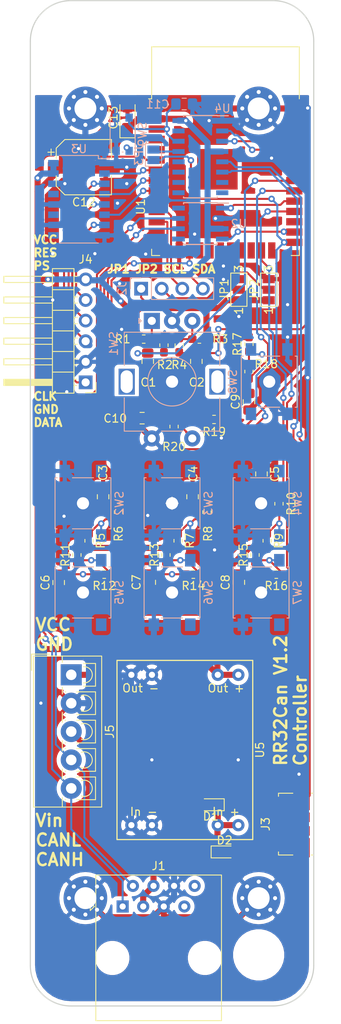
<source format=kicad_pcb>
(kicad_pcb (version 20171130) (host pcbnew "(5.1.2)-1")
  (layers (0 F.Cu signal) (31 B.Cu signal) (34 B.Paste user) (35 F.Paste user) (36 B.SilkS user) (37 F.SilkS user) (38 B.Mask user) (39 F.Mask user) (44 Edge.Cuts user))
  (net 0 "")
  (net 1 GND)
  (net 2 VCC)
  (net 3 /S88_DATA)
  (net 4 "Net-(R1-Pad1)")
  (net 5 "Net-(R3-Pad1)")
  (net 6 "Net-(R5-Pad1)")
  (net 7 "Net-(R7-Pad1)")
  (net 8 "Net-(R10-Pad1)")
  (net 9 "Net-(R11-Pad1)")
  (net 10 "Net-(R13-Pad1)")
  (net 11 "Net-(R15-Pad1)")
  (net 12 "Net-(R17-Pad1)")
  (net 13 "Net-(R19-Pad2)")
  (net 14 /S88_RESET_UC)
  (net 15 /S88_PS_UC)
  (net 16 /S88_CLOCK_UC)
  (net 17 /I2C_SCL)
  (net 18 /I2C_SDA)
  (net 19 /CANH)
  (net 20 /CANL)
  (net 21 /Encoder_A)
  (net 22 /EncoderB)
  (net 23 /F0)
  (net 24 /F1)
  (net 25 /F2)
  (net 26 /F3)
  (net 27 /F4)
  (net 28 /Stop)
  (net 29 /Encoder_Button)
  (net 30 /GPIO0)
  (net 31 /EN)
  (net 32 /VinCommon)
  (net 33 /VinCAN)
  (net 34 /VinUsb)
  (net 35 /USB-)
  (net 36 /USB+)
  (net 37 /CANRx)
  (net 38 /CANTx)
  (net 39 /S88_CLOCK)
  (net 40 /S88_PS)
  (net 41 /S88_RESET)
  (net 42 "Net-(J2-Pad1)")
  (net 43 "Net-(J2-Pad2)")
  (net 44 /BOARD_RX0)
  (net 45 /BOARD_TX0)
  (net 46 /GPIO0-SER)
  (module RF_Module:ESP32-WROOM-32 (layer F.Cu) (at 38.1 35.56)
    (fp_text reference U1 (at -10.4648 3.8608 90) (layer F.SilkS))
    (fp_text value ESP32-WROOM-32)
    (pad 39 smd rect (at -1 -0.755) (size 5 5) (layers F.Cu F.Paste F.Mask))
    (pad 1 smd rect (at -8.5 -8.255) (size 2 0.9) (layers F.Cu F.Paste F.Mask) (net 1 GND))
    (pad 2 smd rect (at -8.5 -6.985) (size 2 0.9) (layers F.Cu F.Paste F.Mask) (net 2 VCC))
    (pad 3 smd rect (at -8.5 -5.715) (size 2 0.9) (layers F.Cu F.Paste F.Mask) (net 31 /EN))
    (pad 4 smd rect (at -8.5 -4.445) (size 2 0.9) (layers F.Cu F.Paste F.Mask))
    (pad 5 smd rect (at -8.5 -3.175) (size 2 0.9) (layers F.Cu F.Paste F.Mask))
    (pad 6 smd rect (at -8.5 -1.905) (size 2 0.9) (layers F.Cu F.Paste F.Mask) (net 3 /S88_DATA))
    (pad 7 smd rect (at -8.5 -0.635) (size 2 0.9) (layers F.Cu F.Paste F.Mask) (net 16 /S88_CLOCK_UC))
    (pad 8 smd rect (at -8.5 0.635) (size 2 0.9) (layers F.Cu F.Paste F.Mask) (net 15 /S88_PS_UC))
    (pad 9 smd rect (at -8.5 1.905) (size 2 0.9) (layers F.Cu F.Paste F.Mask) (net 14 /S88_RESET_UC))
    (pad 10 smd rect (at -8.5 3.175) (size 2 0.9) (layers F.Cu F.Paste F.Mask))
    (pad 11 smd rect (at -8.5 4.445) (size 2 0.9) (layers F.Cu F.Paste F.Mask) (net 17 /I2C_SCL))
    (pad 12 smd rect (at -8.5 5.715) (size 2 0.9) (layers F.Cu F.Paste F.Mask) (net 18 /I2C_SDA))
    (pad 13 smd rect (at -8.5 6.985) (size 2 0.9) (layers F.Cu F.Paste F.Mask) (net 26 /F3))
    (pad 14 smd rect (at -8.5 8.255) (size 2 0.9) (layers F.Cu F.Paste F.Mask) (net 23 /F0))
    (pad 15 smd rect (at -5.715 9.255 90) (size 2 0.9) (layers F.Cu F.Paste F.Mask) (net 1 GND))
    (pad 16 smd rect (at -4.445 9.255 90) (size 2 0.9) (layers F.Cu F.Paste F.Mask) (net 24 /F1))
    (pad 17 smd rect (at -3.175 9.255 90) (size 2 0.9) (layers F.Cu F.Paste F.Mask))
    (pad 18 smd rect (at -1.905 9.255 90) (size 2 0.9) (layers F.Cu F.Paste F.Mask))
    (pad 19 smd rect (at -0.635 9.255 90) (size 2 0.9) (layers F.Cu F.Paste F.Mask))
    (pad 20 smd rect (at 0.635 9.255 90) (size 2 0.9) (layers F.Cu F.Paste F.Mask))
    (pad 21 smd rect (at 1.905 9.255 90) (size 2 0.9) (layers F.Cu F.Paste F.Mask))
    (pad 22 smd rect (at 3.175 9.255 90) (size 2 0.9) (layers F.Cu F.Paste F.Mask))
    (pad 23 smd rect (at 4.445 9.255 90) (size 2 0.9) (layers F.Cu F.Paste F.Mask) (net 25 /F2))
    (pad 24 smd rect (at 5.715 9.255 90) (size 2 0.9) (layers F.Cu F.Paste F.Mask))
    (pad 25 smd rect (at 8.5 8.255) (size 2 0.9) (layers F.Cu F.Paste F.Mask) (net 30 /GPIO0))
    (pad 26 smd rect (at 8.5 6.985) (size 2 0.9) (layers F.Cu F.Paste F.Mask) (net 37 /CANRx))
    (pad 27 smd rect (at 8.5 5.715) (size 2 0.9) (layers F.Cu F.Paste F.Mask))
    (pad 28 smd rect (at 8.5 4.445) (size 2 0.9) (layers F.Cu F.Paste F.Mask) (net 27 /F4))
    (pad 29 smd rect (at 8.5 3.175) (size 2 0.9) (layers F.Cu F.Paste F.Mask) (net 38 /CANTx))
    (pad 30 smd rect (at 8.5 1.905) (size 2 0.9) (layers F.Cu F.Paste F.Mask) (net 28 /Stop))
    (pad 31 smd rect (at 8.5 0.635) (size 2 0.9) (layers F.Cu F.Paste F.Mask) (net 21 /Encoder_A))
    (pad 32 smd rect (at 8.5 -0.635) (size 2 0.9) (layers F.Cu F.Paste F.Mask))
    (pad 33 smd rect (at 8.5 -1.905) (size 2 0.9) (layers F.Cu F.Paste F.Mask) (net 22 /EncoderB))
    (pad 34 smd rect (at 8.5 -3.175) (size 2 0.9) (layers F.Cu F.Paste F.Mask) (net 44 /BOARD_RX0))
    (pad 35 smd rect (at 8.5 -4.445) (size 2 0.9) (layers F.Cu F.Paste F.Mask) (net 45 /BOARD_TX0))
    (pad 36 smd rect (at 8.5 -5.715) (size 2 0.9) (layers F.Cu F.Paste F.Mask) (net 29 /Encoder_Button))
    (pad 37 smd rect (at 8.5 -6.985) (size 2 0.9) (layers F.Cu F.Paste F.Mask))
    (pad 38 smd rect (at 8.5 -8.255) (size 2 0.9) (layers F.Cu F.Paste F.Mask) (net 1 GND))
  )
  (module Button_Switch_SMD:SW_SPST_B3S-1000 (layer B.Cu) (at 20.5 87 90)
    (fp_text reference SW5 (at 0 4.5 90) (layer B.SilkS) (effects (justify mirror)))
    (fp_text value SW_F3)
    (pad 2 smd rect (at 3.975 -2.25 90) (size 1.55 1.3) (layers B.Cu B.Paste B.Mask) (net 1 GND))
    (pad 2 smd rect (at -3.975 -2.25 90) (size 1.55 1.3) (layers B.Cu B.Paste B.Mask) (net 1 GND))
    (pad 1 smd rect (at 3.975 2.25 90) (size 1.55 1.3) (layers B.Cu B.Paste B.Mask) (net 9 "Net-(R11-Pad1)"))
    (pad 1 smd rect (at -3.975 2.25 90) (size 1.55 1.3) (layers B.Cu B.Paste B.Mask) (net 9 "Net-(R11-Pad1)"))
  )
  (module Button_Switch_SMD:SW_SPST_B3S-1000 (layer B.Cu) (at 31.5 76 90)
    (fp_text reference SW3 (at 0 4.5 90) (layer B.SilkS) (effects (justify mirror)))
    (fp_text value SW_F1)
    (pad 2 smd rect (at 3.975 -2.25 90) (size 1.55 1.3) (layers B.Cu B.Paste B.Mask) (net 1 GND))
    (pad 2 smd rect (at -3.975 -2.25 90) (size 1.55 1.3) (layers B.Cu B.Paste B.Mask) (net 1 GND))
    (pad 1 smd rect (at 3.975 2.25 90) (size 1.55 1.3) (layers B.Cu B.Paste B.Mask) (net 7 "Net-(R7-Pad1)"))
    (pad 1 smd rect (at -3.975 2.25 90) (size 1.55 1.3) (layers B.Cu B.Paste B.Mask) (net 7 "Net-(R7-Pad1)"))
  )
  (module Capacitor_SMD:C_0805_2012Metric_Pad1.15x1.40mm_HandSolder (layer F.Cu) (at 34.036 75.193 270)
    (fp_text reference C4 (at -2.852 -0.076 270) (layer F.SilkS))
    (fp_text value 10n)
    (pad 1 smd roundrect (at -1.025 0 270) (size 1.15 1.4) (layers F.Cu F.Paste F.Mask) (roundrect_rratio 0.217391) (net 1 GND))
    (pad 2 smd roundrect (at 1.025 0 270) (size 1.15 1.4) (layers F.Cu F.Paste F.Mask) (roundrect_rratio 0.217391) (net 24 /F1))
  )
  (module Package_SO:SOP-16_4.4x10.4mm_P1.27mm (layer B.Cu) (at 20 38.5 180)
    (fp_text reference U3 (at 0 6.2 180) (layer B.SilkS) (effects (justify mirror)))
    (fp_text value 74LS367)
    (pad 1 smd rect (at -3.15 4.45 180) (size 1.3 0.8) (layers B.Cu B.Paste B.Mask) (net 1 GND))
    (pad 2 smd rect (at -3.15 3.17 180) (size 1.3 0.8) (layers B.Cu B.Paste B.Mask) (net 16 /S88_CLOCK_UC))
    (pad 3 smd rect (at -3.15 1.91 180) (size 1.3 0.8) (layers B.Cu B.Paste B.Mask) (net 39 /S88_CLOCK))
    (pad 4 smd rect (at -3.15 0.64 180) (size 1.3 0.8) (layers B.Cu B.Paste B.Mask) (net 15 /S88_PS_UC))
    (pad 5 smd rect (at -3.15 -0.64 180) (size 1.3 0.8) (layers B.Cu B.Paste B.Mask) (net 40 /S88_PS))
    (pad 6 smd rect (at -3.15 -1.91 180) (size 1.3 0.8) (layers B.Cu B.Paste B.Mask) (net 14 /S88_RESET_UC))
    (pad 7 smd rect (at -3.15 -3.17 180) (size 1.3 0.8) (layers B.Cu B.Paste B.Mask) (net 41 /S88_RESET))
    (pad 8 smd rect (at -3.15 -4.45 180) (size 1.3 0.8) (layers B.Cu B.Paste B.Mask) (net 1 GND))
    (pad 9 smd rect (at 3.15 -4.45 180) (size 1.3 0.8) (layers B.Cu B.Paste B.Mask))
    (pad 10 smd rect (at 3.15 -3.17 180) (size 1.3 0.8) (layers B.Cu B.Paste B.Mask) (net 1 GND))
    (pad 11 smd rect (at 3.15 -1.91 180) (size 1.3 0.8) (layers B.Cu B.Paste B.Mask))
    (pad 12 smd rect (at 3.15 -0.64 180) (size 1.3 0.8) (layers B.Cu B.Paste B.Mask) (net 1 GND))
    (pad 13 smd rect (at 3.15 0.64 180) (size 1.3 0.8) (layers B.Cu B.Paste B.Mask))
    (pad 14 smd rect (at 3.15 1.91 180) (size 1.3 0.8) (layers B.Cu B.Paste B.Mask) (net 1 GND))
    (pad 15 smd rect (at 3.15 3.17 180) (size 1.3 0.8) (layers B.Cu B.Paste B.Mask) (net 2 VCC))
    (pad 16 smd rect (at 3.15 4.45 180) (size 1.3 0.8) (layers B.Cu B.Paste B.Mask) (net 2 VCC))
  )
  (module Package_SO:SOIC-8_3.9x4.9mm_P1.27mm (layer B.Cu) (at 35 41.5 180)
    (fp_text reference U2 (at -4.751 -0.029 180) (layer B.SilkS) (effects (justify mirror)))
    (fp_text value TJA1051T)
    (pad 1 smd rect (at -2.7 1.905 180) (size 1.55 0.6) (layers B.Cu B.Paste B.Mask) (net 38 /CANTx))
    (pad 2 smd rect (at -2.7 0.635 180) (size 1.55 0.6) (layers B.Cu B.Paste B.Mask) (net 1 GND))
    (pad 3 smd rect (at -2.7 -0.635 180) (size 1.55 0.6) (layers B.Cu B.Paste B.Mask) (net 2 VCC))
    (pad 4 smd rect (at -2.7 -1.905 180) (size 1.55 0.6) (layers B.Cu B.Paste B.Mask) (net 37 /CANRx))
    (pad 5 smd rect (at 2.7 -1.905 180) (size 1.55 0.6) (layers B.Cu B.Paste B.Mask))
    (pad 6 smd rect (at 2.7 -0.635 180) (size 1.55 0.6) (layers B.Cu B.Paste B.Mask) (net 20 /CANL))
    (pad 7 smd rect (at 2.7 0.635 180) (size 1.55 0.6) (layers B.Cu B.Paste B.Mask) (net 19 /CANH))
    (pad 8 smd rect (at 2.7 1.905 180) (size 1.55 0.6) (layers B.Cu B.Paste B.Mask))
  )
  (module MountingHole:MountingHole_5.3mm_M5 (layer F.Cu) (at 20.8 20.3)
    (fp_text reference H1 hide)
    (fp_text value "Case Screw")
    (pad 1 np_thru_hole circle (at 0 0) (size 5.3 5.3) (drill 5.3) (layers *.Cu *.Mask))
  )
  (module MountingHole:MountingHole_5.3mm_M5 (layer F.Cu) (at 42.2 131.7)
    (fp_text reference H2 hide)
    (fp_text value "Case Screw")
    (pad 1 np_thru_hole circle (at 0 0) (size 5.3 5.3) (drill 5.3) (layers *.Cu *.Mask))
  )
  (module Connector_RJ:RJ45_Amphenol_54602-x08_Horizontal (layer F.Cu) (at 25.4 125.73)
    (fp_text reference J1 (at 4.445 -5) (layer F.SilkS))
    (fp_text value 8P8C)
    (pad "" np_thru_hole circle (at 10.16 6.35) (size 3.2 3.2) (drill 3.2) (layers *.Cu *.Mask))
    (pad "" np_thru_hole circle (at -1.27 6.35) (size 3.2 3.2) (drill 3.2) (layers *.Cu *.Mask))
    (pad 1 thru_hole rect (at 0 0) (size 1.5 1.5) (drill 0.76) (layers *.Cu *.Mask) (net 19 /CANH))
    (pad 2 thru_hole circle (at 1.27 -2.54) (size 1.5 1.5) (drill 0.76) (layers *.Cu *.Mask) (net 20 /CANL))
    (pad 3 thru_hole circle (at 2.54 0) (size 1.5 1.5) (drill 0.76) (layers *.Cu *.Mask) (net 33 /VinCAN))
    (pad 4 thru_hole circle (at 3.81 -2.54) (size 1.5 1.5) (drill 0.76) (layers *.Cu *.Mask) (net 33 /VinCAN))
    (pad 5 thru_hole circle (at 5.08 0) (size 1.5 1.5) (drill 0.76) (layers *.Cu *.Mask) (net 1 GND))
    (pad 6 thru_hole circle (at 6.35 -2.54) (size 1.5 1.5) (drill 0.76) (layers *.Cu *.Mask) (net 1 GND))
    (pad 7 thru_hole circle (at 7.62 0) (size 1.5 1.5) (drill 0.76) (layers *.Cu *.Mask))
    (pad 8 thru_hole circle (at 8.89 -2.54) (size 1.5 1.5) (drill 0.76) (layers *.Cu *.Mask))
  )
  (module Connector_PinHeader_2.54mm:PinHeader_1x04_P2.54mm_Vertical (layer B.Cu) (at 27.686 49.53 270)
    (fp_text reference J2 (at 0 2.33 270) (layer B.SilkS) (effects (justify mirror)))
    (fp_text value "LCD Header")
    (pad 1 thru_hole rect (at 0 0 270) (size 1.7 1.7) (drill 1) (layers *.Cu *.Mask) (net 42 "Net-(J2-Pad1)"))
    (pad 2 thru_hole oval (at 0 -2.54 270) (size 1.7 1.7) (drill 1) (layers *.Cu *.Mask) (net 43 "Net-(J2-Pad2)"))
    (pad 3 thru_hole oval (at 0 -5.08 270) (size 1.7 1.7) (drill 1) (layers *.Cu *.Mask) (net 18 /I2C_SDA))
    (pad 4 thru_hole oval (at 0 -7.62 270) (size 1.7 1.7) (drill 1) (layers *.Cu *.Mask) (net 17 /I2C_SCL))
  )
  (module Rotary_Encoder:RotaryEncoder_Alps_EC11E-Switch_Vertical_H20mm (layer B.Cu) (at 29 53.5 270)
    (fp_text reference SW1 (at 2.8 4.7 270) (layer B.SilkS) (effects (justify mirror)))
    (fp_text value Rotary_Encoder_Switch)
    (pad S1 thru_hole circle (at 14.5 -5 270) (size 2 2) (drill 1) (layers *.Cu *.Mask) (net 13 "Net-(R19-Pad2)"))
    (pad S2 thru_hole circle (at 14.5 0 270) (size 2 2) (drill 1) (layers *.Cu *.Mask) (net 1 GND))
    (pad MP thru_hole rect (at 7.5 -8.1 270) (size 3.2 2) (drill oval 2.8 1.5) (layers *.Cu *.Mask))
    (pad MP thru_hole rect (at 7.5 3.1 270) (size 3.2 2) (drill oval 2.8 1.5) (layers *.Cu *.Mask))
    (pad B thru_hole circle (at 0 -5 270) (size 2 2) (drill 1) (layers *.Cu *.Mask) (net 5 "Net-(R3-Pad1)"))
    (pad C thru_hole circle (at 0 -2.5 270) (size 2 2) (drill 1) (layers *.Cu *.Mask) (net 1 GND))
    (pad A thru_hole rect (at 0 0 270) (size 2 2) (drill 1) (layers *.Cu *.Mask) (net 4 "Net-(R1-Pad1)"))
  )
  (module Capacitor_SMD:C_0805_2012Metric_Pad1.15x1.40mm_HandSolder (layer F.Cu) (at 28.5 58.5 90)
    (fp_text reference C1 (at -2.587 0.075 180) (layer F.SilkS))
    (fp_text value 10n)
    (pad 2 smd roundrect (at 1.025 0 90) (size 1.15 1.4) (layers F.Cu F.Paste F.Mask) (roundrect_rratio 0.217391) (net 21 /Encoder_A))
    (pad 1 smd roundrect (at -1.025 0 90) (size 1.15 1.4) (layers F.Cu F.Paste F.Mask) (roundrect_rratio 0.217391) (net 1 GND))
  )
  (module Capacitor_SMD:C_0805_2012Metric_Pad1.15x1.40mm_HandSolder (layer F.Cu) (at 34.5 58.5 90)
    (fp_text reference C2 (at -2.587 0.044 180) (layer F.SilkS))
    (fp_text value 10n)
    (pad 1 smd roundrect (at -1.025 0 90) (size 1.15 1.4) (layers F.Cu F.Paste F.Mask) (roundrect_rratio 0.217391) (net 1 GND))
    (pad 2 smd roundrect (at 1.025 0 90) (size 1.15 1.4) (layers F.Cu F.Paste F.Mask) (roundrect_rratio 0.217391) (net 22 /EncoderB))
  )
  (module Capacitor_SMD:C_0805_2012Metric_Pad1.15x1.40mm_HandSolder (layer F.Cu) (at 22.987 75.193 270)
    (fp_text reference C3 (at -2.93 0 270) (layer F.SilkS))
    (fp_text value 10n)
    (pad 2 smd roundrect (at 1.025 0 270) (size 1.15 1.4) (layers F.Cu F.Paste F.Mask) (roundrect_rratio 0.217391) (net 23 /F0))
    (pad 1 smd roundrect (at -1.025 0 270) (size 1.15 1.4) (layers F.Cu F.Paste F.Mask) (roundrect_rratio 0.217391) (net 1 GND))
  )
  (module Capacitor_SMD:C_0805_2012Metric_Pad1.15x1.40mm_HandSolder (layer F.Cu) (at 42.545 72.381 270)
    (fp_text reference C5 (at 0 -1.65 270) (layer F.SilkS))
    (fp_text value 10n)
    (pad 2 smd roundrect (at 1.025 0 270) (size 1.15 1.4) (layers F.Cu F.Paste F.Mask) (roundrect_rratio 0.217391) (net 25 /F2))
    (pad 1 smd roundrect (at -1.025 0 270) (size 1.15 1.4) (layers F.Cu F.Paste F.Mask) (roundrect_rratio 0.217391) (net 1 GND))
  )
  (module Capacitor_SMD:C_0805_2012Metric_Pad1.15x1.40mm_HandSolder (layer F.Cu) (at 17.5 85.775 90)
    (fp_text reference C6 (at 0 -1.65 90) (layer F.SilkS))
    (fp_text value 10n)
    (pad 1 smd roundrect (at -1.025 0 90) (size 1.15 1.4) (layers F.Cu F.Paste F.Mask) (roundrect_rratio 0.217391) (net 1 GND))
    (pad 2 smd roundrect (at 1.025 0 90) (size 1.15 1.4) (layers F.Cu F.Paste F.Mask) (roundrect_rratio 0.217391) (net 26 /F3))
  )
  (module Capacitor_SMD:C_0805_2012Metric_Pad1.15x1.40mm_HandSolder (layer F.Cu) (at 28.75 85.75 90)
    (fp_text reference C7 (at 0 -1.65 90) (layer F.SilkS))
    (fp_text value 10n)
    (pad 2 smd roundrect (at 1.025 0 90) (size 1.15 1.4) (layers F.Cu F.Paste F.Mask) (roundrect_rratio 0.217391) (net 27 /F4))
    (pad 1 smd roundrect (at -1.025 0 90) (size 1.15 1.4) (layers F.Cu F.Paste F.Mask) (roundrect_rratio 0.217391) (net 1 GND))
  )
  (module Capacitor_SMD:C_0805_2012Metric_Pad1.15x1.40mm_HandSolder (layer F.Cu) (at 39.75 85.75 90)
    (fp_text reference C8 (at 0 -1.65 90) (layer F.SilkS))
    (fp_text value 10n)
    (pad 1 smd roundrect (at -1.025 0 90) (size 1.15 1.4) (layers F.Cu F.Paste F.Mask) (roundrect_rratio 0.217391) (net 1 GND))
    (pad 2 smd roundrect (at 1.025 0 90) (size 1.15 1.4) (layers F.Cu F.Paste F.Mask) (roundrect_rratio 0.217391) (net 30 /GPIO0))
  )
  (module Capacitor_SMD:C_0805_2012Metric_Pad1.15x1.40mm_HandSolder (layer F.Cu) (at 41 63.475 90)
    (fp_text reference C9 (at 0 -1.65 90) (layer F.SilkS))
    (fp_text value 10n)
    (pad 2 smd roundrect (at 1.025 0 90) (size 1.15 1.4) (layers F.Cu F.Paste F.Mask) (roundrect_rratio 0.217391) (net 28 /Stop))
    (pad 1 smd roundrect (at -1.025 0 90) (size 1.15 1.4) (layers F.Cu F.Paste F.Mask) (roundrect_rratio 0.217391) (net 1 GND))
  )
  (module Capacitor_SMD:C_0805_2012Metric_Pad1.15x1.40mm_HandSolder (layer F.Cu) (at 27.804 65.5)
    (fp_text reference C10 (at -3.317 0.032) (layer F.SilkS))
    (fp_text value 10n)
    (pad 1 smd roundrect (at -1.025 0) (size 1.15 1.4) (layers F.Cu F.Paste F.Mask) (roundrect_rratio 0.217391) (net 1 GND))
    (pad 2 smd roundrect (at 1.025 0) (size 1.15 1.4) (layers F.Cu F.Paste F.Mask) (roundrect_rratio 0.217391) (net 29 /Encoder_Button))
  )
  (module Resistor_SMD:R_0603_1608Metric_Pad1.05x0.95mm_HandSolder (layer F.Cu) (at 28 55.75 180)
    (fp_text reference R1 (at 2.6 -0.003 180) (layer F.SilkS))
    (fp_text value 10k)
    (pad 1 smd roundrect (at -0.875 0 180) (size 1.05 0.95) (layers F.Cu F.Paste F.Mask) (net 4 "Net-(R1-Pad1)"))
    (pad 2 smd roundrect (at 0.875 0 180) (size 1.05 0.95) (layers F.Cu F.Paste F.Mask) (net 2 VCC))
  )
  (module Resistor_SMD:R_0603_1608Metric_Pad1.05x0.95mm_HandSolder (layer F.Cu) (at 30.5 56.5 270)
    (fp_text reference R2 (at 2.428 -0.107) (layer F.SilkS))
    (fp_text value 10k)
    (pad 2 smd roundrect (at 0.875 0 270) (size 1.05 0.95) (layers F.Cu F.Paste F.Mask) (net 21 /Encoder_A))
    (pad 1 smd roundrect (at -0.875 0 270) (size 1.05 0.95) (layers F.Cu F.Paste F.Mask) (net 4 "Net-(R1-Pad1)"))
  )
  (module Resistor_SMD:R_0603_1608Metric_Pad1.05x0.95mm_HandSolder (layer F.Cu) (at 34.875 55.75)
    (fp_text reference R3 (at 2.59 0.003) (layer F.SilkS))
    (fp_text value 10k)
    (pad 1 smd roundrect (at -0.875 0) (size 1.05 0.95) (layers F.Cu F.Paste F.Mask) (net 5 "Net-(R3-Pad1)"))
    (pad 2 smd roundrect (at 0.875 0) (size 1.05 0.95) (layers F.Cu F.Paste F.Mask) (net 2 VCC))
  )
  (module Resistor_SMD:R_0603_1608Metric_Pad1.05x0.95mm_HandSolder (layer F.Cu) (at 32.385 56.501 270)
    (fp_text reference R4 (at 2.427 0) (layer F.SilkS))
    (fp_text value 10k)
    (pad 2 smd roundrect (at 0.875 0 270) (size 1.05 0.95) (layers F.Cu F.Paste F.Mask) (net 22 /EncoderB))
    (pad 1 smd roundrect (at -0.875 0 270) (size 1.05 0.95) (layers F.Cu F.Paste F.Mask) (net 5 "Net-(R3-Pad1)"))
  )
  (module Resistor_SMD:R_0603_1608Metric_Pad1.05x0.95mm_HandSolder (layer F.Cu) (at 21.25 80.625 270)
    (fp_text reference R5 (at 0 -1.43 270) (layer F.SilkS))
    (fp_text value 10k)
    (pad 2 smd roundrect (at 0.875 0 270) (size 1.05 0.95) (layers F.Cu F.Paste F.Mask) (net 2 VCC))
    (pad 1 smd roundrect (at -0.875 0 270) (size 1.05 0.95) (layers F.Cu F.Paste F.Mask) (net 6 "Net-(R5-Pad1)"))
  )
  (module Resistor_SMD:R_0603_1608Metric_Pad1.05x0.95mm_HandSolder (layer F.Cu) (at 24.892 77.089 90)
    (fp_text reference R6 (at -2.667 0 90) (layer F.SilkS))
    (fp_text value 10k)
    (pad 1 smd roundrect (at -0.875 0 90) (size 1.05 0.95) (layers F.Cu F.Paste F.Mask) (net 6 "Net-(R5-Pad1)"))
    (pad 2 smd roundrect (at 0.875 0 90) (size 1.05 0.95) (layers F.Cu F.Paste F.Mask) (net 23 /F0))
  )
  (module Resistor_SMD:R_0603_1608Metric_Pad1.05x0.95mm_HandSolder (layer F.Cu) (at 32.25 80.625 270)
    (fp_text reference R7 (at 0 -1.43 270) (layer F.SilkS))
    (fp_text value 10k)
    (pad 2 smd roundrect (at 0.875 0 270) (size 1.05 0.95) (layers F.Cu F.Paste F.Mask) (net 2 VCC))
    (pad 1 smd roundrect (at -0.875 0 270) (size 1.05 0.95) (layers F.Cu F.Paste F.Mask) (net 7 "Net-(R7-Pad1)"))
  )
  (module Resistor_SMD:R_0603_1608Metric_Pad1.05x0.95mm_HandSolder (layer F.Cu) (at 35.814 77.089 90)
    (fp_text reference R8 (at -2.667 0.127 90) (layer F.SilkS))
    (fp_text value 10k)
    (pad 1 smd roundrect (at -0.875 0 90) (size 1.05 0.95) (layers F.Cu F.Paste F.Mask) (net 7 "Net-(R7-Pad1)"))
    (pad 2 smd roundrect (at 0.875 0 90) (size 1.05 0.95) (layers F.Cu F.Paste F.Mask) (net 24 /F1))
  )
  (module Resistor_SMD:R_0603_1608Metric_Pad1.05x0.95mm_HandSolder (layer F.Cu) (at 43.25 80.625 270)
    (fp_text reference R9 (at 0 -1.43 270) (layer F.SilkS))
    (fp_text value 10k)
    (pad 1 smd roundrect (at -0.875 0 270) (size 1.05 0.95) (layers F.Cu F.Paste F.Mask) (net 8 "Net-(R10-Pad1)"))
    (pad 2 smd roundrect (at 0.875 0 270) (size 1.05 0.95) (layers F.Cu F.Paste F.Mask) (net 2 VCC))
  )
  (module Resistor_SMD:R_0603_1608Metric_Pad1.05x0.95mm_HandSolder (layer F.Cu) (at 44.704 76.059 90)
    (fp_text reference R10 (at 0.0114 1.524 270) (layer F.SilkS))
    (fp_text value 10k)
    (pad 2 smd roundrect (at 0.875 0 90) (size 1.05 0.95) (layers F.Cu F.Paste F.Mask) (net 25 /F2))
    (pad 1 smd roundrect (at -0.875 0 90) (size 1.05 0.95) (layers F.Cu F.Paste F.Mask) (net 8 "Net-(R10-Pad1)"))
  )
  (module Resistor_SMD:R_0603_1608Metric_Pad1.05x0.95mm_HandSolder (layer F.Cu) (at 19.75 82.375 90)
    (fp_text reference R11 (at 0 -1.43 90) (layer F.SilkS))
    (fp_text value 10k)
    (pad 2 smd roundrect (at 0.875 0 90) (size 1.05 0.95) (layers F.Cu F.Paste F.Mask) (net 2 VCC))
    (pad 1 smd roundrect (at -0.875 0 90) (size 1.05 0.95) (layers F.Cu F.Paste F.Mask) (net 9 "Net-(R11-Pad1)"))
  )
  (module Resistor_SMD:R_0603_1608Metric_Pad1.05x0.95mm_HandSolder (layer F.Cu) (at 23.125 84.75 180)
    (fp_text reference R12 (at 0 -1.43 180) (layer F.SilkS))
    (fp_text value 10k)
    (pad 1 smd roundrect (at -0.875 0 180) (size 1.05 0.95) (layers F.Cu F.Paste F.Mask) (net 9 "Net-(R11-Pad1)"))
    (pad 2 smd roundrect (at 0.875 0 180) (size 1.05 0.95) (layers F.Cu F.Paste F.Mask) (net 26 /F3))
  )
  (module Resistor_SMD:R_0603_1608Metric_Pad1.05x0.95mm_HandSolder (layer F.Cu) (at 30.75 82.375 90)
    (fp_text reference R13 (at 0 -1.43 90) (layer F.SilkS))
    (fp_text value 10k)
    (pad 1 smd roundrect (at -0.875 0 90) (size 1.05 0.95) (layers F.Cu F.Paste F.Mask) (net 10 "Net-(R13-Pad1)"))
    (pad 2 smd roundrect (at 0.875 0 90) (size 1.05 0.95) (layers F.Cu F.Paste F.Mask) (net 2 VCC))
  )
  (module Resistor_SMD:R_0603_1608Metric_Pad1.05x0.95mm_HandSolder (layer F.Cu) (at 34.125 84.75 180)
    (fp_text reference R14 (at 0 -1.43 180) (layer F.SilkS))
    (fp_text value 10k)
    (pad 2 smd roundrect (at 0.875 0 180) (size 1.05 0.95) (layers F.Cu F.Paste F.Mask) (net 27 /F4))
    (pad 1 smd roundrect (at -0.875 0 180) (size 1.05 0.95) (layers F.Cu F.Paste F.Mask) (net 10 "Net-(R13-Pad1)"))
  )
  (module Resistor_SMD:R_0603_1608Metric_Pad1.05x0.95mm_HandSolder (layer F.Cu) (at 41.75 82.375 90)
    (fp_text reference R15 (at 0 -1.43 90) (layer F.SilkS))
    (fp_text value 10k)
    (pad 1 smd roundrect (at -0.875 0 90) (size 1.05 0.95) (layers F.Cu F.Paste F.Mask) (net 11 "Net-(R15-Pad1)"))
    (pad 2 smd roundrect (at 0.875 0 90) (size 1.05 0.95) (layers F.Cu F.Paste F.Mask) (net 2 VCC))
  )
  (module Resistor_SMD:R_0603_1608Metric_Pad1.05x0.95mm_HandSolder (layer F.Cu) (at 44.375 84.75 180)
    (fp_text reference R16 (at 0 -1.43 180) (layer F.SilkS))
    (fp_text value 10k)
    (pad 2 smd roundrect (at 0.875 0 180) (size 1.05 0.95) (layers F.Cu F.Paste F.Mask) (net 30 /GPIO0))
    (pad 1 smd roundrect (at -0.875 0 180) (size 1.05 0.95) (layers F.Cu F.Paste F.Mask) (net 11 "Net-(R15-Pad1)"))
  )
  (module Resistor_SMD:R_0603_1608Metric_Pad1.05x0.95mm_HandSolder (layer F.Cu) (at 41 56.375 90)
    (fp_text reference R17 (at 0 -1.43 90) (layer F.SilkS))
    (fp_text value 10k)
    (pad 1 smd roundrect (at -0.875 0 90) (size 1.05 0.95) (layers F.Cu F.Paste F.Mask) (net 12 "Net-(R17-Pad1)"))
    (pad 2 smd roundrect (at 0.875 0 90) (size 1.05 0.95) (layers F.Cu F.Paste F.Mask) (net 2 VCC))
  )
  (module Resistor_SMD:R_0603_1608Metric_Pad1.05x0.95mm_HandSolder (layer F.Cu) (at 41 59.75 270)
    (fp_text reference R18 (at -0.9236 -2.1292) (layer F.SilkS))
    (fp_text value 10k)
    (pad 2 smd roundrect (at 0.875 0 270) (size 1.05 0.95) (layers F.Cu F.Paste F.Mask) (net 28 /Stop))
    (pad 1 smd roundrect (at -0.875 0 270) (size 1.05 0.95) (layers F.Cu F.Paste F.Mask) (net 12 "Net-(R17-Pad1)"))
  )
  (module Resistor_SMD:R_0603_1608Metric_Pad1.05x0.95mm_HandSolder (layer F.Cu) (at 36.689 65.659 180)
    (fp_text reference R19 (at -0.014 -1.524 180) (layer F.SilkS))
    (fp_text value 10k)
    (pad 1 smd roundrect (at -0.875 0 180) (size 1.05 0.95) (layers F.Cu F.Paste F.Mask) (net 2 VCC))
    (pad 2 smd roundrect (at 0.875 0 180) (size 1.05 0.95) (layers F.Cu F.Paste F.Mask) (net 13 "Net-(R19-Pad2)"))
  )
  (module Resistor_SMD:R_0603_1608Metric_Pad1.05x0.95mm_HandSolder (layer F.Cu) (at 31.75 66.534 90)
    (fp_text reference R20 (at -2.494 -0.004 180) (layer F.SilkS))
    (fp_text value 10k)
    (pad 2 smd roundrect (at 0.875 0 90) (size 1.05 0.95) (layers F.Cu F.Paste F.Mask) (net 13 "Net-(R19-Pad2)"))
    (pad 1 smd roundrect (at -0.875 0 90) (size 1.05 0.95) (layers F.Cu F.Paste F.Mask) (net 29 /Encoder_Button))
  )
  (module Package_SO:SOIC-16_3.9x9.9mm_P1.27mm (layer B.Cu) (at 35 33.25 180)
    (fp_text reference U4 (at -2.719 5.945 180) (layer B.SilkS) (effects (justify mirror)))
    (fp_text value CH340C)
    (pad 1 smd rect (at -2.7 4.445 180) (size 1.5 0.6) (layers B.Cu B.Paste B.Mask) (net 1 GND))
    (pad 2 smd rect (at -2.7 3.175 180) (size 1.5 0.6) (layers B.Cu B.Paste B.Mask) (net 44 /BOARD_RX0))
    (pad 3 smd rect (at -2.7 1.905 180) (size 1.5 0.6) (layers B.Cu B.Paste B.Mask) (net 45 /BOARD_TX0))
    (pad 4 smd rect (at -2.7 0.635 180) (size 1.5 0.6) (layers B.Cu B.Paste B.Mask) (net 2 VCC))
    (pad 5 smd rect (at -2.7 -0.635 180) (size 1.5 0.6) (layers B.Cu B.Paste B.Mask) (net 36 /USB+))
    (pad 6 smd rect (at -2.7 -1.905 180) (size 1.5 0.6) (layers B.Cu B.Paste B.Mask) (net 35 /USB-))
    (pad 7 smd rect (at -2.7 -3.175 180) (size 1.5 0.6) (layers B.Cu B.Paste B.Mask))
    (pad 8 smd rect (at -2.7 -4.445 180) (size 1.5 0.6) (layers B.Cu B.Paste B.Mask))
    (pad 9 smd rect (at 2.7 -4.445 180) (size 1.5 0.6) (layers B.Cu B.Paste B.Mask))
    (pad 10 smd rect (at 2.7 -3.175 180) (size 1.5 0.6) (layers B.Cu B.Paste B.Mask))
    (pad 11 smd rect (at 2.7 -1.905 180) (size 1.5 0.6) (layers B.Cu B.Paste B.Mask))
    (pad 12 smd rect (at 2.7 -0.635 180) (size 1.5 0.6) (layers B.Cu B.Paste B.Mask))
    (pad 13 smd rect (at 2.7 0.635 180) (size 1.5 0.6) (layers B.Cu B.Paste B.Mask) (net 46 /GPIO0-SER))
    (pad 14 smd rect (at 2.7 1.905 180) (size 1.5 0.6) (layers B.Cu B.Paste B.Mask) (net 31 /EN))
    (pad 15 smd rect (at 2.7 3.175 180) (size 1.5 0.6) (layers B.Cu B.Paste B.Mask))
    (pad 16 smd rect (at 2.7 4.445 180) (size 1.5 0.6) (layers B.Cu B.Paste B.Mask) (net 2 VCC))
  )
  (module Capacitor_SMD:C_0805_2012Metric_Pad1.15x1.40mm_HandSolder (layer B.Cu) (at 33 26.75)
    (fp_text reference C11 (at -3.282 0.047) (layer B.SilkS) (effects (justify mirror)))
    (fp_text value 100n)
    (pad 1 smd roundrect (at -1.025 0) (size 1.15 1.4) (layers B.Cu B.Paste B.Mask) (roundrect_rratio 0.217391) (net 31 /EN))
    (pad 2 smd roundrect (at 1.025 0) (size 1.15 1.4) (layers B.Cu B.Paste B.Mask) (roundrect_rratio 0.217391) (net 1 GND))
  )
  (module Diode_SMD:D_0603_1608Metric_Pad1.05x0.95mm_HandSolder (layer F.Cu) (at 36.2826 113.1824 180)
    (fp_text reference D1 (at 0 -1.43 180) (layer F.SilkS))
    (fp_text value D_Schottky)
    (pad 1 smd roundrect (at -0.875 0 180) (size 1.05 0.95) (layers F.Cu F.Paste F.Mask) (net 32 /VinCommon))
    (pad 2 smd roundrect (at 0.875 0 180) (size 1.05 0.95) (layers F.Cu F.Paste F.Mask) (net 33 /VinCAN))
  )
  (module Diode_SMD:D_0603_1608Metric_Pad1.05x0.95mm_HandSolder (layer F.Cu) (at 37.987 118.999)
    (fp_text reference D2 (at 0 -1.43) (layer F.SilkS))
    (fp_text value D_Schottky)
    (pad 2 smd roundrect (at 0.875 0) (size 1.05 0.95) (layers F.Cu F.Paste F.Mask) (net 34 /VinUsb))
    (pad 1 smd roundrect (at -0.875 0) (size 1.05 0.95) (layers F.Cu F.Paste F.Mask) (net 32 /VinCommon))
  )
  (module Controller:XM1584 (layer F.Cu) (at 33.0835 106.426 90)
    (fp_text reference U5 (at 0 9.271 90) (layer F.SilkS))
    (fp_text value XM1584)
    (fp_text user "Out -" (at 7.62 -5.461 180) (layer F.SilkS))
    (fp_text user "Out +" (at 7.62 5.08 180) (layer F.SilkS))
    (fp_text user "In -" (at -7.62 -5.08 180) (layer F.SilkS))
    (fp_text user "In +" (at -7.62 5.08 180) (layer F.SilkS))
    (pad 1 thru_hole circle (at -9.271 -6.604 90) (size 1.524 1.524) (drill 0.762) (layers *.Cu *.Mask) (net 1 GND))
    (pad 2 thru_hole circle (at -9.271 -4.064 90) (size 1.524 1.524) (drill 0.762) (layers *.Cu *.Mask) (net 1 GND))
    (pad 3 thru_hole circle (at -9.271 4.064 90) (size 1.524 1.524) (drill 0.762) (layers *.Cu *.Mask) (net 32 /VinCommon))
    (pad 4 thru_hole circle (at -9.271 6.604 90) (size 1.524 1.524) (drill 0.762) (layers *.Cu *.Mask) (net 32 /VinCommon))
    (pad 5 thru_hole circle (at 9.271 -6.604 90) (size 1.524 1.524) (drill 0.762) (layers *.Cu *.Mask) (net 1 GND))
    (pad 6 thru_hole circle (at 9.271 -4.064 90) (size 1.524 1.524) (drill 0.762) (layers *.Cu *.Mask) (net 1 GND))
    (pad 7 thru_hole circle (at 9.271 4.064 90) (size 1.524 1.524) (drill 0.762) (layers *.Cu *.Mask) (net 2 VCC))
    (pad 8 thru_hole circle (at 9.271 6.604 90) (size 1.524 1.524) (drill 0.762) (layers *.Cu *.Mask) (net 2 VCC))
  )
  (module Button_Switch_SMD:SW_SPST_B3S-1000 (layer B.Cu) (at 20.5 76 90)
    (fp_text reference SW2 (at 0 4.5 90) (layer B.SilkS) (effects (justify mirror)))
    (fp_text value SW_F0)
    (pad 1 smd rect (at -3.975 2.25 90) (size 1.55 1.3) (layers B.Cu B.Paste B.Mask) (net 6 "Net-(R5-Pad1)"))
    (pad 1 smd rect (at 3.975 2.25 90) (size 1.55 1.3) (layers B.Cu B.Paste B.Mask) (net 6 "Net-(R5-Pad1)"))
    (pad 2 smd rect (at -3.975 -2.25 90) (size 1.55 1.3) (layers B.Cu B.Paste B.Mask) (net 1 GND))
    (pad 2 smd rect (at 3.975 -2.25 90) (size 1.55 1.3) (layers B.Cu B.Paste B.Mask) (net 1 GND))
  )
  (module Button_Switch_SMD:SW_SPST_B3S-1000 (layer B.Cu) (at 42.5 76 90)
    (fp_text reference SW4 (at 0 4.5 90) (layer B.SilkS) (effects (justify mirror)))
    (fp_text value SW_F2)
    (pad 1 smd rect (at -3.975 2.25 90) (size 1.55 1.3) (layers B.Cu B.Paste B.Mask) (net 8 "Net-(R10-Pad1)"))
    (pad 1 smd rect (at 3.975 2.25 90) (size 1.55 1.3) (layers B.Cu B.Paste B.Mask) (net 8 "Net-(R10-Pad1)"))
    (pad 2 smd rect (at -3.975 -2.25 90) (size 1.55 1.3) (layers B.Cu B.Paste B.Mask) (net 1 GND))
    (pad 2 smd rect (at 3.975 -2.25 90) (size 1.55 1.3) (layers B.Cu B.Paste B.Mask) (net 1 GND))
  )
  (module Button_Switch_SMD:SW_SPST_B3S-1000 (layer B.Cu) (at 31.5 87 90)
    (fp_text reference SW6 (at 0 4.5 90) (layer B.SilkS) (effects (justify mirror)))
    (fp_text value SW_F4)
    (pad 1 smd rect (at -3.975 2.25 90) (size 1.55 1.3) (layers B.Cu B.Paste B.Mask) (net 10 "Net-(R13-Pad1)"))
    (pad 1 smd rect (at 3.975 2.25 90) (size 1.55 1.3) (layers B.Cu B.Paste B.Mask) (net 10 "Net-(R13-Pad1)"))
    (pad 2 smd rect (at -3.975 -2.25 90) (size 1.55 1.3) (layers B.Cu B.Paste B.Mask) (net 1 GND))
    (pad 2 smd rect (at 3.975 -2.25 90) (size 1.55 1.3) (layers B.Cu B.Paste B.Mask) (net 1 GND))
  )
  (module Button_Switch_SMD:SW_SPST_B3S-1000 (layer B.Cu) (at 42.5 87 90)
    (fp_text reference SW7 (at 0 4.5 90) (layer B.SilkS) (effects (justify mirror)))
    (fp_text value Shift)
    (pad 2 smd rect (at 3.975 -2.25 90) (size 1.55 1.3) (layers B.Cu B.Paste B.Mask) (net 1 GND))
    (pad 2 smd rect (at -3.975 -2.25 90) (size 1.55 1.3) (layers B.Cu B.Paste B.Mask) (net 1 GND))
    (pad 1 smd rect (at 3.975 2.25 90) (size 1.55 1.3) (layers B.Cu B.Paste B.Mask) (net 11 "Net-(R15-Pad1)"))
    (pad 1 smd rect (at -3.975 2.25 90) (size 1.55 1.3) (layers B.Cu B.Paste B.Mask) (net 11 "Net-(R15-Pad1)"))
  )
  (module Button_Switch_SMD:SW_SPST_B3S-1000 (layer B.Cu) (at 43.5 61 270)
    (fp_text reference SW8 (at 0 4.5 270) (layer B.SilkS) (effects (justify mirror)))
    (fp_text value Stop)
    (pad 1 smd rect (at -3.975 2.25 270) (size 1.55 1.3) (layers B.Cu B.Paste B.Mask) (net 12 "Net-(R17-Pad1)"))
    (pad 1 smd rect (at 3.975 2.25 270) (size 1.55 1.3) (layers B.Cu B.Paste B.Mask) (net 12 "Net-(R17-Pad1)"))
    (pad 2 smd rect (at -3.975 -2.25 270) (size 1.55 1.3) (layers B.Cu B.Paste B.Mask) (net 1 GND))
    (pad 2 smd rect (at 3.975 -2.25 270) (size 1.55 1.3) (layers B.Cu B.Paste B.Mask) (net 1 GND))
  )
  (module Capacitor_SMD:CP_Elec_6.3x7.7 (layer F.Cu) (at 20.607 34.544)
    (fp_text reference C12 (at 0 4.318) (layer F.SilkS))
    (fp_text value 470u)
    (pad 1 smd roundrect (at -2.7 0) (size 3.5 1.6) (layers F.Cu F.Paste F.Mask) (roundrect_rratio 0.15625) (net 2 VCC))
    (pad 2 smd roundrect (at 2.7 0) (size 3.5 1.6) (layers F.Cu F.Paste F.Mask) (roundrect_rratio 0.15625) (net 1 GND))
  )
  (module Capacitor_Tantalum_SMD:CP_EIA-3216-18_Kemet-A_Pad1.58x1.35mm_HandSolder (layer F.Cu) (at 26 28.4375 90)
    (fp_text reference C13 (at 0 -1.75 90) (layer F.SilkS))
    (fp_text value 4u7)
    (pad 1 smd roundrect (at -1.4375 0 90) (size 1.575 1.35) (layers F.Cu F.Paste F.Mask) (roundrect_rratio 0.185185) (net 2 VCC))
    (pad 2 smd roundrect (at 1.4375 0 90) (size 1.575 1.35) (layers F.Cu F.Paste F.Mask) (roundrect_rratio 0.185185) (net 1 GND))
  )
  (module MountingHole:MountingHole_2.7mm_M2.5_Pad_Via (layer F.Cu) (at 20.8 27.3)
    (fp_text reference H3 hide)
    (fp_text value "PCB Screw")
    (pad 1 thru_hole circle (at 1.431891 -1.431891) (size 0.8 0.8) (drill 0.5) (layers *.Cu *.Mask) (net 1 GND))
    (pad 1 thru_hole circle (at 0 -2.025) (size 0.8 0.8) (drill 0.5) (layers *.Cu *.Mask) (net 1 GND))
    (pad 1 thru_hole circle (at -1.431891 -1.431891) (size 0.8 0.8) (drill 0.5) (layers *.Cu *.Mask) (net 1 GND))
    (pad 1 thru_hole circle (at -2.025 0) (size 0.8 0.8) (drill 0.5) (layers *.Cu *.Mask) (net 1 GND))
    (pad 1 thru_hole circle (at -1.431891 1.431891) (size 0.8 0.8) (drill 0.5) (layers *.Cu *.Mask) (net 1 GND))
    (pad 1 thru_hole circle (at 0 2.025) (size 0.8 0.8) (drill 0.5) (layers *.Cu *.Mask) (net 1 GND))
    (pad 1 thru_hole circle (at 1.431891 1.431891) (size 0.8 0.8) (drill 0.5) (layers *.Cu *.Mask) (net 1 GND))
    (pad 1 thru_hole circle (at 2.025 0) (size 0.8 0.8) (drill 0.5) (layers *.Cu *.Mask) (net 1 GND))
    (pad 1 thru_hole circle (at 0 0) (size 5.4 5.4) (drill 2.7) (layers *.Cu *.Mask) (net 1 GND))
  )
  (module MountingHole:MountingHole_2.7mm_M2.5_Pad_Via (layer F.Cu) (at 42.2 27.3)
    (fp_text reference H4 hide)
    (fp_text value "PCB Screw")
    (pad 1 thru_hole circle (at 0 0) (size 5.4 5.4) (drill 2.7) (layers *.Cu *.Mask) (net 1 GND))
    (pad 1 thru_hole circle (at 2.025 0) (size 0.8 0.8) (drill 0.5) (layers *.Cu *.Mask) (net 1 GND))
    (pad 1 thru_hole circle (at 1.431891 1.431891) (size 0.8 0.8) (drill 0.5) (layers *.Cu *.Mask) (net 1 GND))
    (pad 1 thru_hole circle (at 0 2.025) (size 0.8 0.8) (drill 0.5) (layers *.Cu *.Mask) (net 1 GND))
    (pad 1 thru_hole circle (at -1.431891 1.431891) (size 0.8 0.8) (drill 0.5) (layers *.Cu *.Mask) (net 1 GND))
    (pad 1 thru_hole circle (at -2.025 0) (size 0.8 0.8) (drill 0.5) (layers *.Cu *.Mask) (net 1 GND))
    (pad 1 thru_hole circle (at -1.431891 -1.431891) (size 0.8 0.8) (drill 0.5) (layers *.Cu *.Mask) (net 1 GND))
    (pad 1 thru_hole circle (at 0 -2.025) (size 0.8 0.8) (drill 0.5) (layers *.Cu *.Mask) (net 1 GND))
    (pad 1 thru_hole circle (at 1.431891 -1.431891) (size 0.8 0.8) (drill 0.5) (layers *.Cu *.Mask) (net 1 GND))
  )
  (module MountingHole:MountingHole_2.7mm_M2.5_Pad_Via (layer F.Cu) (at 20.8 124.7)
    (fp_text reference H5 hide)
    (fp_text value "PCB Screw")
    (pad 1 thru_hole circle (at 1.431891 -1.431891) (size 0.8 0.8) (drill 0.5) (layers *.Cu *.Mask) (net 1 GND))
    (pad 1 thru_hole circle (at 0 -2.025) (size 0.8 0.8) (drill 0.5) (layers *.Cu *.Mask) (net 1 GND))
    (pad 1 thru_hole circle (at -1.431891 -1.431891) (size 0.8 0.8) (drill 0.5) (layers *.Cu *.Mask) (net 1 GND))
    (pad 1 thru_hole circle (at -2.025 0) (size 0.8 0.8) (drill 0.5) (layers *.Cu *.Mask) (net 1 GND))
    (pad 1 thru_hole circle (at -1.431891 1.431891) (size 0.8 0.8) (drill 0.5) (layers *.Cu *.Mask) (net 1 GND))
    (pad 1 thru_hole circle (at 0 2.025) (size 0.8 0.8) (drill 0.5) (layers *.Cu *.Mask) (net 1 GND))
    (pad 1 thru_hole circle (at 1.431891 1.431891) (size 0.8 0.8) (drill 0.5) (layers *.Cu *.Mask) (net 1 GND))
    (pad 1 thru_hole circle (at 2.025 0) (size 0.8 0.8) (drill 0.5) (layers *.Cu *.Mask) (net 1 GND))
    (pad 1 thru_hole circle (at 0 0) (size 5.4 5.4) (drill 2.7) (layers *.Cu *.Mask) (net 1 GND))
  )
  (module MountingHole:MountingHole_2.7mm_M2.5_Pad_Via (layer F.Cu) (at 42.2 124.7)
    (fp_text reference H6 hide)
    (fp_text value "PCB Screw")
    (pad 1 thru_hole circle (at 0 0) (size 5.4 5.4) (drill 2.7) (layers *.Cu *.Mask) (net 1 GND))
    (pad 1 thru_hole circle (at 2.025 0) (size 0.8 0.8) (drill 0.5) (layers *.Cu *.Mask) (net 1 GND))
    (pad 1 thru_hole circle (at 1.431891 1.431891) (size 0.8 0.8) (drill 0.5) (layers *.Cu *.Mask) (net 1 GND))
    (pad 1 thru_hole circle (at 0 2.025) (size 0.8 0.8) (drill 0.5) (layers *.Cu *.Mask) (net 1 GND))
    (pad 1 thru_hole circle (at -1.431891 1.431891) (size 0.8 0.8) (drill 0.5) (layers *.Cu *.Mask) (net 1 GND))
    (pad 1 thru_hole circle (at -2.025 0) (size 0.8 0.8) (drill 0.5) (layers *.Cu *.Mask) (net 1 GND))
    (pad 1 thru_hole circle (at -1.431891 -1.431891) (size 0.8 0.8) (drill 0.5) (layers *.Cu *.Mask) (net 1 GND))
    (pad 1 thru_hole circle (at 0 -2.025) (size 0.8 0.8) (drill 0.5) (layers *.Cu *.Mask) (net 1 GND))
    (pad 1 thru_hole circle (at 1.431891 -1.431891) (size 0.8 0.8) (drill 0.5) (layers *.Cu *.Mask) (net 1 GND))
  )
  (module Connector_USB:USB_Micro-B_Molex_47346-0001 (layer F.Cu) (at 46.355 115.57 90)
    (fp_text reference J3 (at 0 -3.3 270) (layer F.SilkS))
    (fp_text value USB_B_Micro)
    (pad 1 smd rect (at -1.3 -1.46 90) (size 0.45 1.38) (layers F.Cu F.Paste F.Mask) (net 34 /VinUsb))
    (pad 2 smd rect (at -0.65 -1.46 90) (size 0.45 1.38) (layers F.Cu F.Paste F.Mask) (net 35 /USB-))
    (pad 3 smd rect (at 0 -1.46 90) (size 0.45 1.38) (layers F.Cu F.Paste F.Mask) (net 36 /USB+))
    (pad 4 smd rect (at 0.65 -1.46 90) (size 0.45 1.38) (layers F.Cu F.Paste F.Mask))
    (pad 5 smd rect (at 1.3 -1.46 90) (size 0.45 1.38) (layers F.Cu F.Paste F.Mask) (net 1 GND))
    (pad 6 smd rect (at -2.4625 -1.1 90) (size 1.475 2.1) (layers F.Cu F.Paste F.Mask) (net 1 GND))
    (pad 6 smd rect (at 2.4625 -1.1 90) (size 1.475 2.1) (layers F.Cu F.Paste F.Mask) (net 1 GND))
    (pad 6 smd rect (at -2.91 1.2 90) (size 2.375 1.9) (layers F.Cu F.Paste F.Mask) (net 1 GND))
    (pad 6 smd rect (at 2.91 1.2 90) (size 2.375 1.9) (layers F.Cu F.Paste F.Mask) (net 1 GND))
    (pad 6 smd rect (at -0.84 1.2 90) (size 1.175 1.9) (layers F.Cu F.Paste F.Mask) (net 1 GND))
    (pad 6 smd rect (at 0.84 1.2 90) (size 1.175 1.9) (layers F.Cu F.Paste F.Mask) (net 1 GND))
  )
  (module Connector_PinHeader_2.54mm:PinHeader_1x06_P2.54mm_Horizontal (layer F.Cu) (at 20.828 61.087 180)
    (fp_text reference J4 (at 0 15.1638 180) (layer F.SilkS))
    (fp_text value S88)
    (pad 1 thru_hole rect (at 0 0 180) (size 1.7 1.7) (drill 1) (layers *.Cu *.Mask) (net 3 /S88_DATA))
    (pad 2 thru_hole oval (at 0 2.54 180) (size 1.7 1.7) (drill 1) (layers *.Cu *.Mask) (net 1 GND))
    (pad 3 thru_hole oval (at 0 5.08 180) (size 1.7 1.7) (drill 1) (layers *.Cu *.Mask) (net 39 /S88_CLOCK))
    (pad 4 thru_hole oval (at 0 7.62 180) (size 1.7 1.7) (drill 1) (layers *.Cu *.Mask) (net 40 /S88_PS))
    (pad 5 thru_hole oval (at 0 10.16 180) (size 1.7 1.7) (drill 1) (layers *.Cu *.Mask) (net 41 /S88_RESET))
    (pad 6 thru_hole oval (at 0 12.7 180) (size 1.7 1.7) (drill 1) (layers *.Cu *.Mask) (net 2 VCC))
  )
  (module Jumper:SolderJumper-3_P1.3mm_Open_Pad1.0x1.5mm_NumberLabels (layer F.Cu) (at 39.751 49.657 90)
    (fp_text reference JP1 (at 0 -1.8 90) (layer F.SilkS))
    (fp_text value PIN1)
    (fp_text user 1 (at -2.6 0 90) (layer F.SilkS))
    (fp_text user 3 (at 2.6 0 90) (layer F.SilkS))
    (pad 1 smd rect (at -1.3 0 90) (size 1 1.5) (layers F.Cu F.Mask) (net 2 VCC))
    (pad 2 smd rect (at 0 0 90) (size 1 1.5) (layers F.Cu F.Mask) (net 42 "Net-(J2-Pad1)"))
    (pad 3 smd rect (at 1.3 0 90) (size 1 1.5) (layers F.Cu F.Mask) (net 1 GND))
  )
  (module Jumper:SolderJumper-3_P1.3mm_Open_Pad1.0x1.5mm_NumberLabels (layer F.Cu) (at 43.434 49.657 90)
    (fp_text reference JP2 (at 0 -1.8 90) (layer F.SilkS))
    (fp_text value PIN2)
    (fp_text user 3 (at 2.6 0 90) (layer F.SilkS))
    (fp_text user 1 (at -2.6 0 90) (layer F.SilkS))
    (pad 3 smd rect (at 1.3 0 90) (size 1 1.5) (layers F.Cu F.Mask) (net 1 GND))
    (pad 2 smd rect (at 0 0 90) (size 1 1.5) (layers F.Cu F.Mask) (net 43 "Net-(J2-Pad2)"))
    (pad 1 smd rect (at -1.3 0 90) (size 1 1.5) (layers F.Cu F.Mask) (net 2 VCC))
  )
  (module TerminalBlock_4Ucon:TerminalBlock_4Ucon_1x05_P3.50mm_Vertical (layer F.Cu) (at 19.05 97.155 270)
    (fp_text reference J5 (at 7 -4.76 270) (layer F.SilkS))
    (fp_text value Screw_Terminal_01x05)
    (pad 1 thru_hole rect (at 0 0 270) (size 2.6 2.6) (drill 1.3) (layers *.Cu *.Mask) (net 2 VCC))
    (pad 2 thru_hole circle (at 3.5 0 270) (size 2.6 2.6) (drill 1.3) (layers *.Cu *.Mask) (net 1 GND))
    (pad 3 thru_hole circle (at 7 0 270) (size 2.6 2.6) (drill 1.3) (layers *.Cu *.Mask) (net 33 /VinCAN))
    (pad 4 thru_hole circle (at 10.5 0 270) (size 2.6 2.6) (drill 1.3) (layers *.Cu *.Mask) (net 20 /CANL))
    (pad 5 thru_hole circle (at 14 0 270) (size 2.6 2.6) (drill 1.3) (layers *.Cu *.Mask) (net 19 /CANH))
  )
  (module Jumper:SolderJumper-2_P1.3mm_Open_Pad1.0x1.5mm (layer B.Cu) (at 29.21 33.02 270)
    (fp_text reference JP3 (at 0 1.8 90) (layer B.SilkS) (effects (justify mirror)))
    (fp_text value Jumper_2_Open)
    (pad 2 smd rect (at 0.65 0 270) (size 1 1.5) (layers B.Cu B.Mask) (net 30 /GPIO0))
    (pad 1 smd rect (at -0.65 0 270) (size 1 1.5) (layers B.Cu B.Mask) (net 46 /GPIO0-SER))
  )
  (module Button_Switch_SMD:SW_Push_1P1T_NO_CK_KMR2 (layer B.Cu) (at 25.4 30.48 90)
    (fp_text reference SW9 (at 0 2.45 90) (layer B.SilkS) (effects (justify mirror)))
    (fp_text value EN)
    (pad 1 smd rect (at -2.05 0.8) (size 0.9 1) (layers B.Cu B.Paste B.Mask) (net 31 /EN))
    (pad 2 smd rect (at -2.05 -0.8) (size 0.9 1) (layers B.Cu B.Paste B.Mask) (net 1 GND))
    (pad 1 smd rect (at 2.05 0.8) (size 0.9 1) (layers B.Cu B.Paste B.Mask) (net 31 /EN))
    (pad 2 smd rect (at 2.05 -0.8) (size 0.9 1) (layers B.Cu B.Paste B.Mask) (net 1 GND))
  )
  (gr_text "RR32Can V1.2\nController" (at 46.1264 108.5596 90) (layer F.SilkS) (effects (font (size 1.5 1.5) (thickness 0.3)) (justify left)))
  (gr_text "VCC\nGND\n\n\n\n\n\n\n\n\nVin\nCANL\nCANH" (at 14.478 105.4608) (layer F.SilkS) (effects (font (size 1.5 1.5) (thickness 0.3)) (justify left)))
  (gr_text "JP1 JP2 SCL SDA" (at 30.1752 47.117) (layer F.SilkS) (effects (font (size 1 1) (thickness 0.25))))
  (gr_text "VCC\nRES\nPS\n\n\n\n\n\n\n\n\n\nCLK\nGND\nDATA" (at 14.2748 54.7624) (layer F.SilkS) (effects (font (size 1 1) (thickness 0.25)) (justify left)))
  (gr_arc (start 19 133) (end 14 133) (angle -90) (layer Edge.Cuts) (width 0.15))
  (gr_arc (start 44 133) (end 44 138) (angle -90) (layer Edge.Cuts) (width 0.15))
  (gr_arc (start 44 19) (end 49 19) (angle -90) (layer Edge.Cuts) (width 0.15))
  (gr_arc (start 19 19) (end 19 14) (angle -90) (layer Edge.Cuts) (width 0.15))
  (gr_line (start 44 14) (end 19 14) (layer Edge.Cuts) (width 0.15))
  (gr_line (start 49 133) (end 49 19) (layer Edge.Cuts) (width 0.15))
  (gr_line (start 19 138) (end 44 138) (layer Edge.Cuts) (width 0.15))
  (gr_line (start 14 19) (end 14 133) (layer Edge.Cuts) (width 0.15))
  (target plus (at 31.5 76) (size 1.5) (width 0.15) (layer Edge.Cuts))
  (via (at 25.908 34.544) (size 0.8) (drill 0.4) (layers F.Cu B.Cu) (net 1))
  (segment (start 29.21 68.58) (end 29.21 67.31) (width 0.25) (layer B.Cu) (net 1))
  (segment (start 29.21 67.31) (end 28.91 67.31) (width 0.25) (layer B.Cu) (net 1))
  (segment (start 23.896 97.229) (end 26.436 97.229) (width 0.75) (layer B.Cu) (net 1))
  (segment (start 31.75 121.085) (end 31.75 123.19) (width 0.75) (layer B.Cu) (net 1))
  (segment (start 26.436 115.771) (end 31.75 121.085) (width 0.75) (layer B.Cu) (net 1))
  (segment (start 31.75 124.46) (end 30.48 125.73) (width 0.75) (layer B.Cu) (net 1))
  (segment (start 31.75 123.19) (end 31.75 124.46) (width 0.75) (layer B.Cu) (net 1))
  (via (at 43.5 61) (size 2.5) (drill 1.5) (layers F.Cu B.Cu) (net 1))
  (via (at 42.5 76) (size 2.5) (drill 1.5) (layers F.Cu B.Cu) (net 1))
  (via (at 42.5 87) (size 2.5) (drill 1.5) (layers F.Cu B.Cu) (net 1))
  (via (at 20.5 87) (size 2.5) (drill 1.5) (layers F.Cu B.Cu) (net 1))
  (via (at 31.5 76) (size 2.5) (drill 1.5) (layers F.Cu B.Cu) (net 1))
  (via (at 20.5 76) (size 2.5) (drill 1.5) (layers F.Cu B.Cu) (net 1))
  (via (at 31.5 61) (size 2.5) (drill 1.5) (layers F.Cu B.Cu) (net 1))
  (segment (start 30.025 59.525) (end 31.5 61) (width 0.25) (layer F.Cu) (net 1))
  (segment (start 28.5 59.525) (end 30.025 59.525) (width 0.25) (layer F.Cu) (net 1))
  (segment (start 32.975 59.525) (end 31.5 61) (width 0.25) (layer F.Cu) (net 1))
  (segment (start 34.5 59.525) (end 32.975 59.525) (width 0.25) (layer F.Cu) (net 1))
  (segment (start 26.436 115.771) (end 26.436 97.229) (width 0.75) (layer B.Cu) (net 1))
  (segment (start 14.65001 76) (end 20.5 76) (width 0.75) (layer B.Cu) (net 1))
  (segment (start 20.5 76) (end 31.5 76) (width 0.75) (layer B.Cu) (net 1))
  (segment (start 31.5 76) (end 42.5 76) (width 0.75) (layer B.Cu) (net 1))
  (segment (start 20.5 77.725) (end 18.25 79.975) (width 0.75) (layer B.Cu) (net 1))
  (segment (start 20.5 76) (end 20.5 77.725) (width 0.75) (layer B.Cu) (net 1))
  (segment (start 31.5 77.725) (end 29.25 79.975) (width 0.75) (layer B.Cu) (net 1))
  (segment (start 31.5 76) (end 31.5 77.725) (width 0.75) (layer B.Cu) (net 1))
  (segment (start 42.5 77.725) (end 40.25 79.975) (width 0.75) (layer B.Cu) (net 1))
  (segment (start 42.5 76) (end 42.5 77.725) (width 0.75) (layer B.Cu) (net 1))
  (segment (start 42.5 74.275) (end 40.25 72.025) (width 0.75) (layer B.Cu) (net 1))
  (segment (start 42.5 76) (end 42.5 74.275) (width 0.75) (layer B.Cu) (net 1))
  (segment (start 31.5 74.275) (end 29.25 72.025) (width 0.75) (layer B.Cu) (net 1))
  (segment (start 31.5 76) (end 31.5 74.275) (width 0.75) (layer B.Cu) (net 1))
  (segment (start 20.5 74.275) (end 18.25 72.025) (width 0.75) (layer B.Cu) (net 1))
  (segment (start 20.5 76) (end 20.5 74.275) (width 0.75) (layer B.Cu) (net 1))
  (segment (start 42.275 86.775) (end 42.5 87) (width 0.75) (layer F.Cu) (net 1))
  (segment (start 39.75 86.775) (end 42.275 86.775) (width 0.75) (layer F.Cu) (net 1))
  (segment (start 20.3 86.8) (end 20.5 87) (width 0.75) (layer F.Cu) (net 1))
  (segment (start 17.5 86.8) (end 20.3 86.8) (width 0.75) (layer F.Cu) (net 1))
  (segment (start 30.460001 51.924999) (end 25.875001 51.924999) (width 0.75) (layer B.Cu) (net 1))
  (segment (start 31.5 52.964998) (end 30.460001 51.924999) (width 0.75) (layer B.Cu) (net 1))
  (segment (start 31.5 53.5) (end 31.5 52.964998) (width 0.75) (layer B.Cu) (net 1))
  (segment (start 29.324999 63.175001) (end 14.825011 63.175001) (width 0.75) (layer B.Cu) (net 1))
  (segment (start 31.5 61) (end 29.324999 63.175001) (width 0.75) (layer B.Cu) (net 1))
  (segment (start 42.205 27.305) (end 42.2 27.3) (width 0.75) (layer F.Cu) (net 1))
  (segment (start 46.6 27.305) (end 42.205 27.305) (width 0.75) (layer F.Cu) (net 1))
  (segment (start 29.595 27.3) (end 29.6 27.305) (width 0.75) (layer F.Cu) (net 1))
  (segment (start 42 27.5) (end 42.2 27.3) (width 0.75) (layer B.Cu) (net 1))
  (segment (start 42.5 76) (end 42.5 75.2) (width 0.75) (layer F.Cu) (net 1))
  (segment (start 43.5 62) (end 43.5 61) (width 0.75) (layer F.Cu) (net 1))
  (segment (start 41 64.5) (end 43.5 62) (width 0.75) (layer F.Cu) (net 1))
  (segment (start 41.95 27.55) (end 42.2 27.3) (width 0.75) (layer B.Cu) (net 1))
  (segment (start 42.195 27.305) (end 42.2 27.3) (width 0.75) (layer F.Cu) (net 1))
  (segment (start 29.6 27.305) (end 42.195 27.305) (width 0.75) (layer F.Cu) (net 1))
  (segment (start 37.7 40.865) (end 36.865 40.865) (width 0.75) (layer B.Cu) (net 1))
  (via (at 36.865 40.865) (size 0.8) (drill 0.4) (layers F.Cu B.Cu) (net 1))
  (segment (start 36.164315 41) (end 32.385 41) (width 0.75) (layer F.Cu) (net 1))
  (segment (start 36.299315 40.865) (end 36.164315 41) (width 0.75) (layer F.Cu) (net 1))
  (segment (start 36.865 40.865) (end 36.299315 40.865) (width 0.75) (layer F.Cu) (net 1))
  (segment (start 32.385 32.5) (end 32.385 41) (width 0.75) (layer F.Cu) (net 1))
  (segment (start 32.385 41) (end 32.385 44.815) (width 0.75) (layer F.Cu) (net 1))
  (segment (start 36.08 28.805) (end 37.7 28.805) (width 0.75) (layer B.Cu) (net 1))
  (segment (start 18.25 83.025) (end 18.25 79.975) (width 0.75) (layer B.Cu) (net 1))
  (segment (start 29.25 83.025) (end 29.25 79.975) (width 0.75) (layer B.Cu) (net 1))
  (segment (start 40.25 83.025) (end 40.25 79.975) (width 0.75) (layer B.Cu) (net 1))
  (via (at 31.5 87) (size 2.5) (drill 1.5) (layers F.Cu B.Cu) (net 1))
  (segment (start 28.75 86.775) (end 31.275 86.775) (width 0.75) (layer F.Cu) (net 1))
  (segment (start 31.275 86.775) (end 31.5 87) (width 0.75) (layer F.Cu) (net 1))
  (segment (start 18.25 84.75) (end 20.5 87) (width 0.75) (layer B.Cu) (net 1))
  (segment (start 18.25 83.025) (end 18.25 84.75) (width 0.75) (layer B.Cu) (net 1))
  (segment (start 29.25 84.75) (end 31.5 87) (width 0.75) (layer B.Cu) (net 1))
  (segment (start 29.25 83.025) (end 29.25 84.75) (width 0.75) (layer B.Cu) (net 1))
  (segment (start 40.25 84.75) (end 42.5 87) (width 0.75) (layer B.Cu) (net 1))
  (segment (start 40.25 83.025) (end 40.25 84.75) (width 0.75) (layer B.Cu) (net 1))
  (segment (start 18.25 91.583) (end 18.25 90.975) (width 0.75) (layer B.Cu) (net 1))
  (segment (start 23.896 97.229) (end 18.25 91.583) (width 0.75) (layer B.Cu) (net 1))
  (segment (start 29.25 94.415) (end 26.436 97.229) (width 0.75) (layer B.Cu) (net 1))
  (segment (start 29.25 90.975) (end 29.25 94.415) (width 0.75) (layer B.Cu) (net 1))
  (segment (start 38.85 90.975) (end 40.25 90.975) (width 0.75) (layer B.Cu) (net 1))
  (segment (start 35.41 94.415) (end 38.85 90.975) (width 0.75) (layer B.Cu) (net 1))
  (segment (start 29.25 94.415) (end 35.41 94.415) (width 0.75) (layer B.Cu) (net 1))
  (segment (start 40.850001 126.049999) (end 42.2 124.7) (width 0.75) (layer F.Cu) (net 1))
  (segment (start 39.844999 127.055001) (end 40.850001 126.049999) (width 0.75) (layer F.Cu) (net 1))
  (segment (start 30.744341 127.055001) (end 39.844999 127.055001) (width 0.75) (layer F.Cu) (net 1))
  (segment (start 30.48 126.79066) (end 30.744341 127.055001) (width 0.75) (layer F.Cu) (net 1))
  (segment (start 30.48 125.73) (end 30.48 126.79066) (width 0.75) (layer F.Cu) (net 1))
  (segment (start 22.149999 126.049999) (end 20.8 124.7) (width 0.75) (layer F.Cu) (net 1))
  (segment (start 23.155001 127.055001) (end 22.149999 126.049999) (width 0.75) (layer F.Cu) (net 1))
  (segment (start 29.154999 127.055001) (end 23.155001 127.055001) (width 0.75) (layer F.Cu) (net 1))
  (segment (start 30.48 125.73) (end 29.154999 127.055001) (width 0.75) (layer F.Cu) (net 1))
  (segment (start 32.385 32.5) (end 32.385 32.365) (width 0.75) (layer F.Cu) (net 1))
  (segment (start 36.08 28.805) (end 34.025 26.75) (width 0.75) (layer B.Cu) (net 1))
  (via (at 36.08 28.805) (size 0.8) (drill 0.4) (layers F.Cu B.Cu) (net 1))
  (segment (start 43.5 62.725) (end 45.75 64.975) (width 0.75) (layer B.Cu) (net 1))
  (segment (start 43.5 61) (end 43.5 62.725) (width 0.75) (layer B.Cu) (net 1))
  (via (at 48.25 60.5) (size 0.8) (drill 0.4) (layers F.Cu B.Cu) (net 1))
  (segment (start 48.25 60.5) (end 48.25 27.25) (width 0.75) (layer B.Cu) (net 1))
  (via (at 48.25 27.25) (size 0.8) (drill 0.4) (layers F.Cu B.Cu) (net 1))
  (segment (start 48.195 27.305) (end 48.25 27.25) (width 0.75) (layer F.Cu) (net 1))
  (segment (start 46.6 27.305) (end 48.195 27.305) (width 0.75) (layer F.Cu) (net 1))
  (via (at 36.75 81.75) (size 0.8) (drill 0.4) (layers F.Cu B.Cu) (net 1))
  (via (at 28.5 77.5) (size 0.8) (drill 0.4) (layers F.Cu B.Cu) (net 1))
  (via (at 18.5 62.25) (size 0.8) (drill 0.4) (layers F.Cu B.Cu) (net 1))
  (via (at 16.764 50.927) (size 0.8) (drill 0.4) (layers F.Cu B.Cu) (net 1))
  (via (at 45.7708 51.5) (size 0.8) (drill 0.4) (layers F.Cu B.Cu) (net 1))
  (segment (start 23.4 42.95) (end 23.15 42.95) (width 0.75) (layer B.Cu) (net 1))
  (segment (start 26.305 27.305) (end 26 27) (width 0.75) (layer F.Cu) (net 1))
  (segment (start 29.6 27.305) (end 26.305 27.305) (width 0.75) (layer F.Cu) (net 1))
  (segment (start 25.7 27.3) (end 26 27) (width 0.75) (layer F.Cu) (net 1))
  (segment (start 20.8 27.3) (end 25.7 27.3) (width 0.75) (layer F.Cu) (net 1))
  (segment (start 22.9 34.05) (end 23.15 34.05) (width 0.75) (layer B.Cu) (net 1))
  (segment (start 20.8 31.95) (end 22.9 34.05) (width 0.75) (layer B.Cu) (net 1))
  (segment (start 20.8 27.3) (end 20.8 31.95) (width 0.75) (layer B.Cu) (net 1))
  (segment (start 17.665002 39.14) (end 16.85 39.14) (width 0.75) (layer B.Cu) (net 1))
  (segment (start 18.075001 39.549999) (end 17.665002 39.14) (width 0.75) (layer B.Cu) (net 1))
  (segment (start 18.075001 41.270001) (end 18.075001 39.549999) (width 0.75) (layer B.Cu) (net 1))
  (segment (start 17.675002 41.67) (end 18.075001 41.270001) (width 0.75) (layer B.Cu) (net 1))
  (segment (start 16.85 41.67) (end 17.675002 41.67) (width 0.75) (layer B.Cu) (net 1))
  (segment (start 17.84 36.59) (end 18.264 36.576) (width 0.75) (layer B.Cu) (net 1))
  (segment (start 18.075001 36.825001) (end 17.84 36.59) (width 0.75) (layer B.Cu) (net 1))
  (segment (start 18.075001 38.720001) (end 18.075001 36.825001) (width 0.75) (layer B.Cu) (net 1))
  (segment (start 17.655002 39.14) (end 18.075001 38.720001) (width 0.75) (layer B.Cu) (net 1))
  (segment (start 16.85 39.14) (end 17.655002 39.14) (width 0.75) (layer B.Cu) (net 1))
  (segment (start 20.8 34.04) (end 20.8 27.3) (width 0.75) (layer B.Cu) (net 1))
  (segment (start 18.25 36.59) (end 20.8 34.04) (width 0.75) (layer B.Cu) (net 1))
  (segment (start 16.85 36.59) (end 18.25 36.59) (width 0.75) (layer B.Cu) (net 1))
  (segment (start 21.75 42.95) (end 23.15 42.95) (width 0.75) (layer B.Cu) (net 1))
  (segment (start 19.53 42.95) (end 21.75 42.95) (width 0.75) (layer B.Cu) (net 1))
  (segment (start 18.25 41.67) (end 19.53 42.95) (width 0.75) (layer B.Cu) (net 1))
  (segment (start 16.85 41.67) (end 18.25 41.67) (width 0.75) (layer B.Cu) (net 1))
  (segment (start 23.307 34.544) (end 25.908 34.544) (width 0.75) (layer F.Cu) (net 1))
  (segment (start 25.414 34.05) (end 25.908 34.544) (width 0.75) (layer B.Cu) (net 1))
  (segment (start 23.15 34.05) (end 25.414 34.05) (width 0.75) (layer B.Cu) (net 1))
  (segment (start 35.514315 28.805) (end 36.08 28.805) (width 0.75) (layer F.Cu) (net 1))
  (segment (start 32.385 31.934315) (end 35.514315 28.805) (width 0.75) (layer F.Cu) (net 1))
  (segment (start 32.385 32.5) (end 32.385 31.934315) (width 0.75) (layer F.Cu) (net 1))
  (segment (start 31.279 61) (end 26.779 65.5) (width 0.75) (layer F.Cu) (net 1))
  (segment (start 31.5 61) (end 31.279 61) (width 0.75) (layer F.Cu) (net 1))
  (segment (start 26.779 65.779) (end 29 68) (width 0.75) (layer F.Cu) (net 1))
  (segment (start 26.779 65.5) (end 26.779 65.779) (width 0.75) (layer F.Cu) (net 1))
  (segment (start 40.695 28.805) (end 42.2 27.3) (width 0.75) (layer B.Cu) (net 1))
  (segment (start 37.7 28.805) (end 40.695 28.805) (width 0.75) (layer B.Cu) (net 1))
  (segment (start 48.25 111.965) (end 47.555 112.66) (width 0.75) (layer F.Cu) (net 1))
  (segment (start 48.25 60.5) (end 48.25 111.965) (width 0.75) (layer F.Cu) (net 1))
  (segment (start 47.555 112.66) (end 47.555 118.48) (width 0.75) (layer F.Cu) (net 1))
  (segment (start 47.1075 118.0325) (end 47.555 118.48) (width 0.75) (layer F.Cu) (net 1))
  (segment (start 45.255 118.0325) (end 47.1075 118.0325) (width 0.75) (layer F.Cu) (net 1))
  (segment (start 47.1075 113.1075) (end 47.555 112.66) (width 0.75) (layer F.Cu) (net 1))
  (segment (start 45.255 113.1075) (end 47.1075 113.1075) (width 0.75) (layer F.Cu) (net 1))
  (segment (start 45.255 113.91) (end 45.045001 114.119999) (width 0.75) (layer F.Cu) (net 1))
  (segment (start 45.255 113.1075) (end 45.255 113.91) (width 0.75) (layer F.Cu) (net 1))
  (via (at 16.764 45.212) (size 0.8) (drill 0.4) (layers F.Cu B.Cu) (net 1))
  (via (at 21.971 45.212) (size 0.8) (drill 0.4) (layers F.Cu B.Cu) (net 1))
  (via (at 34.29 42.799) (size 0.8) (drill 0.4) (layers F.Cu B.Cu) (net 1))
  (via (at 18.161 77.597) (size 0.8) (drill 0.4) (layers F.Cu B.Cu) (net 1))
  (via (at 25.908 36.576) (size 0.8) (drill 0.4) (layers F.Cu B.Cu) (net 1))
  (via (at 24.765 38.989) (size 0.8) (drill 0.4) (layers F.Cu B.Cu) (net 1))
  (segment (start 18.264 36.576) (end 16.85 36.59) (width 0.75) (layer B.Cu) (net 1))
  (via (at 18.264 36.576) (size 0.8) (drill 0.4) (layers F.Cu B.Cu) (net 1))
  (via (at 25.908 32.131) (size 0.8) (drill 0.4) (layers F.Cu B.Cu) (net 31))
  (via (at 28.2448 45.2628) (size 0.8) (drill 0.4) (layers F.Cu B.Cu) (net 1))
  (via (at 37.592 67.945) (size 0.8) (drill 0.4) (layers F.Cu B.Cu) (net 1))
  (via (at 19.939 32.258) (size 0.8) (drill 0.4) (layers F.Cu B.Cu) (net 1))
  (segment (start 14.65001 63.350002) (end 14.825011 63.175001) (width 0.75) (layer B.Cu) (net 1))
  (segment (start 14.65001 76) (end 14.65001 63.350002) (width 0.75) (layer B.Cu) (net 1))
  (segment (start 16.024998 63.350002) (end 20.828 58.547) (width 0.75) (layer B.Cu) (net 1))
  (segment (start 14.65001 63.350002) (end 16.024998 63.350002) (width 0.75) (layer B.Cu) (net 1))
  (segment (start 20.828 58.547) (end 23.368 56.007) (width 0.75) (layer B.Cu) (net 1))
  (segment (start 23.368 54.432) (end 25.875001 51.924999) (width 0.75) (layer B.Cu) (net 1))
  (segment (start 23.368 56.007) (end 23.368 54.432) (width 0.75) (layer B.Cu) (net 1))
  (via (at 25.019 48.895) (size 0.8) (drill 0.4) (layers F.Cu B.Cu) (net 1))
  (via (at 37.846 48.387) (size 0.8) (drill 0.4) (layers F.Cu B.Cu) (net 1))
  (segment (start 39.721 48.387) (end 39.751 48.357) (width 0.75) (layer F.Cu) (net 1))
  (segment (start 37.846 48.387) (end 39.721 48.387) (width 0.75) (layer F.Cu) (net 1))
  (via (at 39.751 52.959) (size 0.8) (drill 0.4) (layers F.Cu B.Cu) (net 1))
  (via (at 45.7708 55.499) (size 0.8) (drill 0.4) (layers F.Cu B.Cu) (net 1))
  (via (at 37.846 46.736) (size 0.8) (drill 0.4) (layers F.Cu B.Cu) (net 1))
  (via (at 25.273 54.5465) (size 0.8) (drill 0.4) (layers F.Cu B.Cu) (net 1))
  (segment (start 43.184 48.357) (end 41.69 46.863) (width 0.75) (layer F.Cu) (net 1))
  (segment (start 43.434 48.357) (end 43.184 48.357) (width 0.75) (layer F.Cu) (net 1))
  (segment (start 22.9795 100.655) (end 26.4795 97.155) (width 0.75) (layer B.Cu) (net 1))
  (segment (start 19.05 100.655) (end 22.9795 100.655) (width 0.75) (layer B.Cu) (net 1))
  (via (at 47.1805 109.4105) (size 0.8) (drill 0.4) (layers F.Cu B.Cu) (net 1))
  (via (at 15.3035 100.6475) (size 0.8) (drill 0.4) (layers F.Cu B.Cu) (net 1))
  (via (at 29.0068 107.6452) (size 0.8) (drill 0.4) (layers F.Cu B.Cu) (net 1))
  (via (at 39.6748 107.6452) (size 0.8) (drill 0.4) (layers F.Cu B.Cu) (net 1))
  (via (at 43.7896 33.4264) (size 0.8) (drill 0.4) (layers F.Cu B.Cu) (net 1))
  (segment (start 35.75 55.75) (end 39.5 55.75) (width 0.75) (layer F.Cu) (net 2))
  (segment (start 39.75 55.5) (end 39.5 55.75) (width 0.75) (layer F.Cu) (net 2))
  (segment (start 41 55.5) (end 39.75 55.5) (width 0.75) (layer F.Cu) (net 2))
  (segment (start 32.3 28.805) (end 33.195 28.805) (width 0.75) (layer B.Cu) (net 2))
  (via (at 33.195 28.805) (size 0.8) (drill 0.4) (layers F.Cu B.Cu) (net 2))
  (segment (start 32.965 28.575) (end 33.195 28.805) (width 0.75) (layer F.Cu) (net 2))
  (segment (start 29.6 28.575) (end 32.965 28.575) (width 0.75) (layer F.Cu) (net 2))
  (segment (start 35.889999 41.849999) (end 35.889999 33.609999) (width 0.75) (layer B.Cu) (net 2))
  (segment (start 36.175 42.135) (end 35.889999 41.849999) (width 0.75) (layer B.Cu) (net 2))
  (segment (start 36.175 42.135) (end 37.7 42.135) (width 0.75) (layer B.Cu) (net 2))
  (segment (start 25.75 89.5) (end 37 89.5) (width 0.75) (layer F.Cu) (net 2))
  (segment (start 19.75 81.5) (end 21.25 81.5) (width 0.75) (layer F.Cu) (net 2))
  (segment (start 30.75 81.5) (end 32.25 81.5) (width 0.75) (layer F.Cu) (net 2))
  (segment (start 43.25 81.5) (end 41.75 81.5) (width 0.75) (layer F.Cu) (net 2))
  (segment (start 37.104 89.604) (end 37 89.5) (width 0.75) (layer F.Cu) (net 2))
  (segment (start 37.104 97.229) (end 37.104 89.604) (width 0.75) (layer F.Cu) (net 2))
  (segment (start 27.3 28.575) (end 26 29.875) (width 0.75) (layer F.Cu) (net 2))
  (segment (start 29.6 28.575) (end 27.3 28.575) (width 0.75) (layer F.Cu) (net 2))
  (segment (start 16.85 35.33) (end 16.85 34.05) (width 0.75) (layer B.Cu) (net 2))
  (segment (start 14.89999 37.55101) (end 17.907 34.544) (width 0.75) (layer F.Cu) (net 2))
  (via (at 14.89999 35.8775) (size 0.8) (drill 0.4) (layers F.Cu B.Cu) (net 2))
  (segment (start 14.89999 47.117) (end 14.89999 37.55101) (width 0.75) (layer F.Cu) (net 2))
  (via (at 16.1925 48.387) (size 0.8) (drill 0.4) (layers F.Cu B.Cu) (net 2))
  (segment (start 35.889999 31.499999) (end 33.195 28.805) (width 0.75) (layer B.Cu) (net 2))
  (segment (start 35.913999 32.615) (end 35.889999 32.639) (width 0.75) (layer B.Cu) (net 2))
  (segment (start 37.7 32.615) (end 35.913999 32.615) (width 0.75) (layer B.Cu) (net 2))
  (segment (start 35.889999 33.609999) (end 35.889999 32.639) (width 0.75) (layer B.Cu) (net 2))
  (segment (start 35.889999 32.639) (end 35.889999 31.499999) (width 0.75) (layer B.Cu) (net 2))
  (segment (start 25.75 89.5) (end 25.75 81.5) (width 0.75) (layer F.Cu) (net 2))
  (segment (start 21.25 81.5) (end 25.75 81.5) (width 0.75) (layer F.Cu) (net 2))
  (segment (start 25.75 81.5) (end 30.75 81.5) (width 0.75) (layer F.Cu) (net 2))
  (segment (start 39.37 55.88) (end 39.5 55.75) (width 0.75) (layer F.Cu) (net 2))
  (segment (start 39.37 63.853) (end 39.37 55.88) (width 0.75) (layer F.Cu) (net 2))
  (segment (start 37.564 65.659) (end 39.37 63.853) (width 0.75) (layer F.Cu) (net 2))
  (segment (start 27.125 55.75) (end 27.125 52.339998) (width 0.75) (layer F.Cu) (net 2))
  (segment (start 27.125 52.339998) (end 27.539999 51.924999) (width 0.75) (layer F.Cu) (net 2))
  (segment (start 17.907 31.242) (end 17.907 34.544) (width 0.75) (layer F.Cu) (net 2))
  (segment (start 18.288 30.861) (end 17.907 31.242) (width 0.75) (layer F.Cu) (net 2))
  (segment (start 22.086002 30.861) (end 18.288 30.861) (width 0.75) (layer F.Cu) (net 2))
  (segment (start 26 29.875) (end 23.072002 29.875) (width 0.75) (layer F.Cu) (net 2))
  (segment (start 23.072002 29.875) (end 22.086002 30.861) (width 0.75) (layer F.Cu) (net 2))
  (segment (start 35.889999 45.613003) (end 35.889999 41.849999) (width 0.75) (layer B.Cu) (net 2))
  (segment (start 21 48.5) (end 22.65 48.5) (width 0.75) (layer B.Cu) (net 2))
  (segment (start 22.65 48.5) (end 23.398 47.752) (width 0.75) (layer B.Cu) (net 2))
  (segment (start 23.398 47.752) (end 33.751002 47.752) (width 0.75) (layer B.Cu) (net 2))
  (segment (start 33.751002 47.752) (end 35.889999 45.613003) (width 0.75) (layer B.Cu) (net 2))
  (segment (start 27.539999 51.924999) (end 26.016999 51.924999) (width 0.75) (layer F.Cu) (net 2))
  (segment (start 26.016999 51.924999) (end 25.146 51.054) (width 0.75) (layer F.Cu) (net 2))
  (via (at 25.146 51.054) (size 0.8) (drill 0.4) (layers F.Cu B.Cu) (net 2))
  (segment (start 24.746001 50.596001) (end 22.65 48.5) (width 0.75) (layer B.Cu) (net 2))
  (segment (start 24.746001 50.654001) (end 24.746001 50.596001) (width 0.75) (layer B.Cu) (net 2))
  (segment (start 25.146 51.054) (end 24.746001 50.654001) (width 0.75) (layer B.Cu) (net 2))
  (segment (start 35.75 52.514) (end 35.75 55.75) (width 0.75) (layer F.Cu) (net 2))
  (segment (start 27.539999 51.924999) (end 35.160999 51.924999) (width 0.75) (layer F.Cu) (net 2))
  (segment (start 35.160999 51.924999) (end 35.75 52.514) (width 0.75) (layer F.Cu) (net 2))
  (segment (start 38.251 50.957) (end 39.751 50.957) (width 0.75) (layer F.Cu) (net 2))
  (segment (start 37.283001 51.924999) (end 38.251 50.957) (width 0.75) (layer F.Cu) (net 2))
  (segment (start 35.160999 51.924999) (end 37.283001 51.924999) (width 0.75) (layer F.Cu) (net 2))
  (segment (start 39.751 50.957) (end 43.434 50.957) (width 0.75) (layer F.Cu) (net 2))
  (segment (start 37.1475 97.155) (end 39.6875 97.155) (width 0.75) (layer F.Cu) (net 2))
  (segment (start 20.828 48.387) (end 16.1925 48.387) (width 0.75) (layer B.Cu) (net 2))
  (segment (start 14.928315 49.0855) (end 14.89999 49.0855) (width 0.75) (layer F.Cu) (net 2))
  (segment (start 15.626815 48.387) (end 14.928315 49.0855) (width 0.75) (layer F.Cu) (net 2))
  (segment (start 16.1925 48.387) (end 15.626815 48.387) (width 0.75) (layer F.Cu) (net 2))
  (segment (start 14.89999 49.0855) (end 14.89999 47.117) (width 0.75) (layer F.Cu) (net 2))
  (segment (start 14.89999 37.55101) (end 14.89999 35.8775) (width 0.75) (layer F.Cu) (net 2))
  (segment (start 15.44749 35.33) (end 16.85 35.33) (width 0.75) (layer B.Cu) (net 2))
  (segment (start 14.89999 35.8775) (end 15.44749 35.33) (width 0.75) (layer B.Cu) (net 2))
  (segment (start 37.104 85.429256) (end 37.104 89.604) (width 0.75) (layer F.Cu) (net 2))
  (segment (start 41.033256 81.5) (end 37.104 85.429256) (width 0.75) (layer F.Cu) (net 2))
  (segment (start 41.75 81.5) (end 41.033256 81.5) (width 0.75) (layer F.Cu) (net 2))
  (segment (start 14.89999 49.0855) (end 14.89999 93.177992) (width 0.75) (layer F.Cu) (net 2))
  (segment (start 36.385501 96.393001) (end 37.1475 97.155) (width 0.75) (layer F.Cu) (net 2))
  (segment (start 33.9725 93.98) (end 36.385501 96.393001) (width 0.75) (layer F.Cu) (net 2))
  (segment (start 14.89999 93.177992) (end 15.701998 93.98) (width 0.75) (layer F.Cu) (net 2))
  (segment (start 24.275 93.98) (end 24.2824 93.98) (width 0.75) (layer F.Cu) (net 2))
  (segment (start 21.1 97.155) (end 24.275 93.98) (width 0.75) (layer F.Cu) (net 2))
  (segment (start 19.05 97.155) (end 21.1 97.155) (width 0.75) (layer F.Cu) (net 2))
  (segment (start 15.701998 93.98) (end 24.2824 93.98) (width 0.75) (layer F.Cu) (net 2))
  (segment (start 24.2824 93.98) (end 33.9725 93.98) (width 0.75) (layer F.Cu) (net 2))
  (segment (start 28.35 33.655) (end 29.6 33.655) (width 0.25) (layer F.Cu) (net 3))
  (segment (start 27.945 33.25) (end 28.35 33.655) (width 0.25) (layer F.Cu) (net 3))
  (segment (start 21.276998 33.25) (end 27.945 33.25) (width 0.25) (layer F.Cu) (net 3))
  (segment (start 19.728 61.087) (end 18.161 59.52) (width 0.25) (layer F.Cu) (net 3))
  (segment (start 20.828 61.087) (end 19.728 61.087) (width 0.25) (layer F.Cu) (net 3))
  (segment (start 18.161 59.52) (end 18.161 39.339) (width 0.25) (layer F.Cu) (net 3))
  (segment (start 18.161 39.339) (end 20.824999 36.675001) (width 0.25) (layer F.Cu) (net 3))
  (segment (start 20.824999 36.675001) (end 20.824999 33.701999) (width 0.25) (layer F.Cu) (net 3))
  (segment (start 20.824999 33.701999) (end 21.276998 33.25) (width 0.25) (layer F.Cu) (net 3))
  (segment (start 29 55.625) (end 28.875 55.75) (width 0.25) (layer F.Cu) (net 4))
  (segment (start 29 53.5) (end 29 55.625) (width 0.25) (layer F.Cu) (net 4))
  (segment (start 30.375 55.75) (end 30.5 55.625) (width 0.25) (layer F.Cu) (net 4))
  (segment (start 28.875 55.75) (end 30.375 55.75) (width 0.25) (layer F.Cu) (net 4))
  (segment (start 34 55.75) (end 34 53.5) (width 0.25) (layer F.Cu) (net 5))
  (segment (start 32.625 55.75) (end 32.5 55.625) (width 0.25) (layer F.Cu) (net 5))
  (segment (start 34 55.75) (end 32.625 55.75) (width 0.25) (layer F.Cu) (net 5))
  (segment (start 22.75 79.975) (end 22.75 78.5) (width 0.25) (layer B.Cu) (net 6))
  (segment (start 22.75 78.95) (end 22.75 78.5) (width 0.25) (layer B.Cu) (net 6))
  (segment (start 22.75 78.5) (end 22.75 78.95) (width 0.25) (layer B.Cu) (net 6))
  (via (at 22.75 78.5) (size 0.8) (drill 0.4) (layers F.Cu B.Cu) (net 6))
  (segment (start 22.5 78.5) (end 21.25 79.75) (width 0.25) (layer F.Cu) (net 6))
  (segment (start 22.75 78.5) (end 22.5 78.5) (width 0.25) (layer F.Cu) (net 6))
  (segment (start 23.286 77.964) (end 22.75 78.5) (width 0.25) (layer F.Cu) (net 6))
  (segment (start 24.892 77.964) (end 23.286 77.964) (width 0.25) (layer F.Cu) (net 6))
  (segment (start 33.75 79.975) (end 33.75 78.5) (width 0.25) (layer B.Cu) (net 7))
  (segment (start 33.75 78.95) (end 33.75 78.5) (width 0.25) (layer B.Cu) (net 7))
  (segment (start 33.75 78.5) (end 33.75 78.95) (width 0.25) (layer B.Cu) (net 7))
  (via (at 33.75 78.5) (size 0.8) (drill 0.4) (layers F.Cu B.Cu) (net 7))
  (segment (start 33.5 78.5) (end 32.25 79.75) (width 0.25) (layer F.Cu) (net 7))
  (segment (start 33.75 78.5) (end 33.5 78.5) (width 0.25) (layer F.Cu) (net 7))
  (segment (start 34.286 77.964) (end 33.75 78.5) (width 0.25) (layer F.Cu) (net 7))
  (segment (start 35.814 77.964) (end 34.286 77.964) (width 0.25) (layer F.Cu) (net 7))
  (segment (start 44.75 79.975) (end 44.75 78.5) (width 0.25) (layer B.Cu) (net 8))
  (segment (start 44.75 78.95) (end 44.75 78.5) (width 0.25) (layer B.Cu) (net 8))
  (segment (start 44.75 78.5) (end 44.75 78.95) (width 0.25) (layer B.Cu) (net 8))
  (via (at 44.75 78.5) (size 0.8) (drill 0.4) (layers F.Cu B.Cu) (net 8))
  (segment (start 44.5 78.5) (end 43.25 79.75) (width 0.25) (layer F.Cu) (net 8))
  (segment (start 44.75 78.5) (end 44.5 78.5) (width 0.25) (layer F.Cu) (net 8))
  (segment (start 44.75 76.98) (end 44.704 76.934) (width 0.25) (layer F.Cu) (net 8))
  (segment (start 44.75 78.5) (end 44.75 76.98) (width 0.25) (layer F.Cu) (net 8))
  (segment (start 22.75 83.025) (end 21.525 83.025) (width 0.25) (layer B.Cu) (net 9))
  (via (at 21.525 83.025) (size 0.8) (drill 0.4) (layers F.Cu B.Cu) (net 9))
  (segment (start 19.975 83.025) (end 19.75 83.25) (width 0.25) (layer F.Cu) (net 9))
  (segment (start 21.525 83.025) (end 19.975 83.025) (width 0.25) (layer F.Cu) (net 9))
  (segment (start 22.275 83.025) (end 24 84.75) (width 0.25) (layer F.Cu) (net 9))
  (segment (start 21.525 83.025) (end 22.275 83.025) (width 0.25) (layer F.Cu) (net 9))
  (segment (start 33.75 83.025) (end 32.525 83.025) (width 0.25) (layer B.Cu) (net 10))
  (via (at 32.525 83.025) (size 0.8) (drill 0.4) (layers F.Cu B.Cu) (net 10))
  (segment (start 30.975 83.025) (end 30.75 83.25) (width 0.25) (layer F.Cu) (net 10))
  (segment (start 32.525 83.025) (end 30.975 83.025) (width 0.25) (layer F.Cu) (net 10))
  (segment (start 33.275 83.025) (end 35 84.75) (width 0.25) (layer F.Cu) (net 10))
  (segment (start 32.525 83.025) (end 33.275 83.025) (width 0.25) (layer F.Cu) (net 10))
  (segment (start 43.85 83.025) (end 43.525 83.025) (width 0.25) (layer B.Cu) (net 11))
  (segment (start 44.75 83.025) (end 43.85 83.025) (width 0.25) (layer B.Cu) (net 11))
  (segment (start 43.725 83.025) (end 43.75 83) (width 0.25) (layer B.Cu) (net 11))
  (segment (start 43.525 83.025) (end 43.725 83.025) (width 0.25) (layer B.Cu) (net 11))
  (segment (start 43.5 83) (end 43.525 83.025) (width 0.25) (layer B.Cu) (net 11))
  (segment (start 43.825 83) (end 43.75 83) (width 0.25) (layer B.Cu) (net 11))
  (segment (start 43.525 83.025) (end 43.825 83) (width 0.25) (layer B.Cu) (net 11))
  (via (at 43.525 83.025) (size 0.8) (drill 0.4) (layers F.Cu B.Cu) (net 11))
  (segment (start 41.975 83.025) (end 41.75 83.25) (width 0.25) (layer F.Cu) (net 11))
  (segment (start 43.525 83.025) (end 41.975 83.025) (width 0.25) (layer F.Cu) (net 11))
  (segment (start 43.525 83.025) (end 45.25 84.75) (width 0.25) (layer F.Cu) (net 11))
  (via (at 42.625 57.625) (size 0.8) (drill 0.4) (layers F.Cu B.Cu) (net 12))
  (segment (start 41.85 57.625) (end 41.25 57.025) (width 0.25) (layer B.Cu) (net 12))
  (segment (start 42.625 57.625) (end 41.85 57.625) (width 0.25) (layer B.Cu) (net 12))
  (segment (start 41.375 57.625) (end 41 57.25) (width 0.25) (layer F.Cu) (net 12))
  (segment (start 42.625 57.625) (end 41.375 57.625) (width 0.25) (layer F.Cu) (net 12))
  (segment (start 41 58.875) (end 41 57.25) (width 0.25) (layer F.Cu) (net 12))
  (segment (start 33.25 67.25) (end 34 68) (width 0.25) (layer F.Cu) (net 13))
  (segment (start 31.75 65.659) (end 35.814 65.659) (width 0.25) (layer F.Cu) (net 13))
  (segment (start 34 67.909) (end 34 68) (width 0.25) (layer F.Cu) (net 13))
  (segment (start 31.75 65.659) (end 34 67.909) (width 0.25) (layer F.Cu) (net 13))
  (via (at 27.94 37.465) (size 0.8) (drill 0.4) (layers F.Cu B.Cu) (net 14))
  (segment (start 29.6 37.465) (end 27.94 37.465) (width 0.25) (layer F.Cu) (net 14))
  (segment (start 24.995 40.41) (end 27.94 37.465) (width 0.25) (layer B.Cu) (net 14))
  (segment (start 23.15 40.41) (end 24.995 40.41) (width 0.25) (layer B.Cu) (net 14))
  (via (at 27.94 36.195) (size 0.8) (drill 0.4) (layers F.Cu B.Cu) (net 15))
  (segment (start 29.6 36.195) (end 27.94 36.195) (width 0.25) (layer F.Cu) (net 15))
  (segment (start 26.275 37.86) (end 27.94 36.195) (width 0.25) (layer B.Cu) (net 15))
  (segment (start 23.15 37.86) (end 26.275 37.86) (width 0.25) (layer B.Cu) (net 15))
  (via (at 27.94 34.925) (size 0.8) (drill 0.4) (layers F.Cu B.Cu) (net 16))
  (segment (start 29.6 34.925) (end 27.94 34.925) (width 0.25) (layer F.Cu) (net 16))
  (segment (start 27.535 35.33) (end 27.94 34.925) (width 0.25) (layer B.Cu) (net 16))
  (segment (start 23.15 35.33) (end 27.535 35.33) (width 0.25) (layer B.Cu) (net 16))
  (segment (start 33.590795 47.814795) (end 35.306 49.53) (width 0.25) (layer F.Cu) (net 17))
  (segment (start 31.687205 47.814795) (end 33.590795 47.814795) (width 0.25) (layer F.Cu) (net 17))
  (segment (start 31.375011 47.502601) (end 31.687205 47.814795) (width 0.25) (layer F.Cu) (net 17))
  (segment (start 31.375011 40.530011) (end 31.375011 47.502601) (width 0.25) (layer F.Cu) (net 17))
  (segment (start 29.6 40.005) (end 30.85 40.005) (width 0.25) (layer F.Cu) (net 17))
  (segment (start 30.85 40.005) (end 31.375011 40.530011) (width 0.25) (layer F.Cu) (net 17))
  (segment (start 30.925001 47.689001) (end 32.766 49.53) (width 0.25) (layer F.Cu) (net 18))
  (segment (start 30.925001 41.350001) (end 30.925001 47.689001) (width 0.25) (layer F.Cu) (net 18))
  (segment (start 29.6 41.275) (end 30.85 41.275) (width 0.25) (layer F.Cu) (net 18))
  (segment (start 30.85 41.275) (end 30.925001 41.350001) (width 0.25) (layer F.Cu) (net 18))
  (via (at 15.875 92.71) (size 0.8) (drill 0.4) (layers F.Cu B.Cu) (net 19))
  (via (at 26.3525 42.037) (size 0.8) (drill 0.4) (layers F.Cu B.Cu) (net 19))
  (segment (start 27.5245 40.865) (end 26.3525 42.037) (width 0.25) (layer B.Cu) (net 19))
  (segment (start 32.3 40.865) (end 27.5245 40.865) (width 0.25) (layer B.Cu) (net 19))
  (segment (start 19.05 116.20641) (end 19.05 111.155) (width 0.25) (layer B.Cu) (net 19))
  (segment (start 25.4 125.73) (end 25.4 122.55641) (width 0.25) (layer B.Cu) (net 19))
  (segment (start 25.4 122.55641) (end 19.05 116.20641) (width 0.25) (layer B.Cu) (net 19))
  (segment (start 15.621 81.534) (end 15.624991 81.537991) (width 0.25) (layer F.Cu) (net 19))
  (segment (start 25.5 42.8895) (end 25.5 44.5) (width 0.25) (layer F.Cu) (net 19))
  (segment (start 26.3525 42.037) (end 25.5 42.8895) (width 0.25) (layer F.Cu) (net 19))
  (segment (start 25.5 44.5) (end 22.22501 47.77499) (width 0.25) (layer F.Cu) (net 19))
  (segment (start 22.22501 47.77499) (end 22.22501 61.974992) (width 0.25) (layer F.Cu) (net 19))
  (segment (start 22.22501 61.974992) (end 15.621 68.579002) (width 0.25) (layer F.Cu) (net 19))
  (segment (start 15.621 68.579002) (end 15.621 81.534) (width 0.25) (layer F.Cu) (net 19))
  (segment (start 15.6845 92.71) (end 15.621 92.6465) (width 0.25) (layer F.Cu) (net 19))
  (segment (start 15.875 92.71) (end 15.6845 92.71) (width 0.25) (layer F.Cu) (net 19))
  (segment (start 16.69499 93.52999) (end 15.875 92.71) (width 0.25) (layer B.Cu) (net 19))
  (segment (start 19.05 111.155) (end 16.69499 108.79999) (width 0.25) (layer B.Cu) (net 19))
  (segment (start 16.69499 108.79999) (end 16.69499 93.52999) (width 0.25) (layer B.Cu) (net 19))
  (segment (start 15.875 92.144315) (end 15.875 92.71) (width 0.25) (layer F.Cu) (net 19))
  (segment (start 15.621 91.890315) (end 15.875 92.144315) (width 0.25) (layer F.Cu) (net 19))
  (segment (start 15.621 81.534) (end 15.621 91.890315) (width 0.25) (layer F.Cu) (net 19))
  (via (at 17.145 92.71) (size 0.8) (drill 0.4) (layers F.Cu B.Cu) (net 20))
  (via (at 27.051 42.926) (size 0.8) (drill 0.4) (layers F.Cu B.Cu) (net 20))
  (segment (start 27.842 42.135) (end 27.051 42.926) (width 0.25) (layer B.Cu) (net 20))
  (segment (start 32.3 42.135) (end 27.842 42.135) (width 0.25) (layer B.Cu) (net 20))
  (segment (start 20.675001 117.195001) (end 26.67 123.19) (width 0.25) (layer B.Cu) (net 20))
  (segment (start 19.05 107.655) (end 20.675001 109.280001) (width 0.25) (layer B.Cu) (net 20))
  (segment (start 20.675001 109.280001) (end 20.675001 117.195001) (width 0.25) (layer B.Cu) (net 20))
  (segment (start 26.25 43.727) (end 26.25 44.38641) (width 0.25) (layer F.Cu) (net 20))
  (segment (start 26.25 44.38641) (end 22.67502 47.96139) (width 0.25) (layer F.Cu) (net 20))
  (segment (start 27.051 42.926) (end 26.25 43.727) (width 0.25) (layer F.Cu) (net 20))
  (segment (start 22.67502 47.96139) (end 22.67502 62.161392) (width 0.25) (layer F.Cu) (net 20))
  (segment (start 22.67502 62.161392) (end 16.075001 68.761411) (width 0.25) (layer F.Cu) (net 20))
  (segment (start 16.075001 91.640001) (end 17.145 92.71) (width 0.25) (layer F.Cu) (net 20))
  (segment (start 16.075001 68.761411) (end 16.075001 91.640001) (width 0.25) (layer F.Cu) (net 20))
  (segment (start 17.145 105.75) (end 19.05 107.655) (width 0.25) (layer B.Cu) (net 20))
  (segment (start 17.145 92.71) (end 17.145 105.75) (width 0.25) (layer B.Cu) (net 20))
  (segment (start 30.4 57.475) (end 30.5 57.375) (width 0.25) (layer F.Cu) (net 21))
  (segment (start 28.5 57.475) (end 30.4 57.475) (width 0.25) (layer F.Cu) (net 21))
  (via (at 41.7576 36.2204) (size 0.8) (drill 0.4) (layers F.Cu B.Cu) (net 21))
  (segment (start 27.25 57.5) (end 28.475 57.5) (width 0.25) (layer F.Cu) (net 21))
  (segment (start 28.475 57.5) (end 28.5 57.475) (width 0.25) (layer F.Cu) (net 21))
  (via (at 27.25 57.5) (size 0.8) (drill 0.4) (layers F.Cu B.Cu) (net 21))
  (segment (start 46.5746 36.2204) (end 46.6 36.195) (width 0.25) (layer F.Cu) (net 21))
  (segment (start 41.7576 36.2204) (end 46.5746 36.2204) (width 0.25) (layer F.Cu) (net 21))
  (segment (start 40.5 37.478) (end 41.7576 36.2204) (width 0.25) (layer B.Cu) (net 21))
  (segment (start 40.5 48.961002) (end 40.5 37.478) (width 0.25) (layer B.Cu) (net 21))
  (segment (start 27.25 57.5) (end 31.961002 57.5) (width 0.25) (layer B.Cu) (net 21))
  (segment (start 31.961002 57.5) (end 40.5 48.961002) (width 0.25) (layer B.Cu) (net 21))
  (segment (start 32.6 57.475) (end 32.5 57.375) (width 0.25) (layer F.Cu) (net 22))
  (segment (start 34.5 57.475) (end 32.6 57.475) (width 0.25) (layer F.Cu) (net 22))
  (segment (start 34.5 57.475) (end 37.225 57.475) (width 0.25) (layer F.Cu) (net 22))
  (via (at 37.225 57.475) (size 0.8) (drill 0.4) (layers F.Cu B.Cu) (net 22))
  (segment (start 37.225 57.475) (end 37.225 54.525) (width 0.25) (layer B.Cu) (net 22))
  (via (at 37.225 54.525) (size 0.8) (drill 0.4) (layers F.Cu B.Cu) (net 22))
  (segment (start 48 54) (end 47.5 54.5) (width 0.25) (layer F.Cu) (net 22))
  (segment (start 37.225 54.525) (end 45.25 54.525) (width 0.25) (layer F.Cu) (net 22))
  (segment (start 47.475 54.525) (end 48 54) (width 0.25) (layer F.Cu) (net 22))
  (segment (start 45.25 54.525) (end 47.475 54.525) (width 0.25) (layer F.Cu) (net 22))
  (segment (start 48 34.289998) (end 48 54) (width 0.25) (layer F.Cu) (net 22))
  (segment (start 47.365002 33.655) (end 48 34.289998) (width 0.25) (layer F.Cu) (net 22))
  (segment (start 46.6 33.655) (end 47.365002 33.655) (width 0.25) (layer F.Cu) (net 22))
  (segment (start 47.5 54.5) (end 47.475 54.525) (width 0.25) (layer F.Cu) (net 22))
  (segment (start 24.888 76.218) (end 24.892 76.214) (width 0.25) (layer F.Cu) (net 23))
  (segment (start 22.987 76.218) (end 24.888 76.218) (width 0.25) (layer F.Cu) (net 23))
  (segment (start 28.15923 43.75) (end 28.985 43.75) (width 0.25) (layer F.Cu) (net 23))
  (segment (start 28.985 43.75) (end 29.05 43.815) (width 0.25) (layer F.Cu) (net 23))
  (segment (start 23.575039 48.334191) (end 28.15923 43.75) (width 0.25) (layer F.Cu) (net 23))
  (segment (start 22.987 76.218) (end 21.629999 77.575001) (width 0.25) (layer F.Cu) (net 23))
  (segment (start 21.629999 77.575001) (end 19.743999 77.575001) (width 0.25) (layer F.Cu) (net 23))
  (segment (start 19.743999 77.575001) (end 16.975021 74.806023) (width 0.25) (layer F.Cu) (net 23))
  (segment (start 16.975021 74.806023) (end 16.975021 69.134211) (width 0.25) (layer F.Cu) (net 23))
  (segment (start 29.05 43.815) (end 29.6 43.815) (width 0.25) (layer F.Cu) (net 23))
  (segment (start 16.975021 69.134211) (end 23.575038 62.534194) (width 0.25) (layer F.Cu) (net 23))
  (segment (start 23.575038 62.534194) (end 23.575039 48.334191) (width 0.25) (layer F.Cu) (net 23))
  (segment (start 33.655 44.815) (end 33.655 46.405) (width 0.25) (layer F.Cu) (net 24))
  (via (at 33.655 46.405) (size 0.8) (drill 0.4) (layers F.Cu B.Cu) (net 24))
  (via (at 26.797 46.405) (size 0.8) (drill 0.4) (layers F.Cu B.Cu) (net 24))
  (segment (start 26.155 46.405) (end 24.06 48.5) (width 0.25) (layer F.Cu) (net 24))
  (segment (start 24.06 48.5) (end 24.04564 48.5) (width 0.25) (layer F.Cu) (net 24))
  (segment (start 24.04564 48.5) (end 24.025048 48.520592) (width 0.25) (layer F.Cu) (net 24))
  (segment (start 24.025048 48.520592) (end 24.025048 70.974952) (width 0.25) (layer F.Cu) (net 24))
  (segment (start 24.025048 70.974952) (end 30.625097 77.575001) (width 0.25) (layer F.Cu) (net 24))
  (segment (start 32.678999 77.575001) (end 34.036 76.218) (width 0.25) (layer F.Cu) (net 24))
  (segment (start 30.625097 77.575001) (end 32.678999 77.575001) (width 0.25) (layer F.Cu) (net 24))
  (segment (start 35.81 76.218) (end 35.814 76.214) (width 0.25) (layer F.Cu) (net 24))
  (segment (start 34.036 76.218) (end 35.81 76.218) (width 0.25) (layer F.Cu) (net 24))
  (segment (start 26.155 46.405) (end 26.797 46.405) (width 0.25) (layer F.Cu) (net 24))
  (segment (start 30.405 46.405) (end 33.655 46.405) (width 0.25) (layer B.Cu) (net 24))
  (segment (start 26.797 46.405) (end 30.405 46.405) (width 0.25) (layer B.Cu) (net 24))
  (segment (start 42.545 44.815) (end 42.545 46.065) (width 0.25) (layer F.Cu) (net 25))
  (segment (start 43.95001 54.99001) (end 43.95001 58.482598) (width 0.25) (layer B.Cu) (net 25))
  (segment (start 45.525011 60.057599) (end 45.52501 61.8614) (width 0.25) (layer B.Cu) (net 25))
  (segment (start 43.95001 58.482598) (end 45.525011 60.057599) (width 0.25) (layer B.Cu) (net 25))
  (segment (start 45.52501 61.8614) (end 45.25 62.13641) (width 0.25) (layer B.Cu) (net 25))
  (segment (start 45.25 62.13641) (end 45.25 63) (width 0.25) (layer B.Cu) (net 25))
  (via (at 45.25 63) (size 0.8) (drill 0.4) (layers F.Cu B.Cu) (net 25))
  (segment (start 42.545 46.065) (end 42.565 46.065) (width 0.25) (layer F.Cu) (net 25))
  (segment (start 42.565 46.065) (end 43.5 47) (width 0.25) (layer F.Cu) (net 25))
  (via (at 43.5 47) (size 0.8) (drill 0.4) (layers F.Cu B.Cu) (net 25))
  (segment (start 43.5 54.54) (end 43.95001 54.99001) (width 0.25) (layer B.Cu) (net 25))
  (segment (start 43.5 47) (end 43.5 54.54) (width 0.25) (layer B.Cu) (net 25))
  (segment (start 44.323 75.184) (end 44.704 75.184) (width 0.25) (layer F.Cu) (net 25))
  (segment (start 42.545 73.406) (end 44.323 75.184) (width 0.25) (layer F.Cu) (net 25))
  (segment (start 45.25 74.638) (end 44.704 75.184) (width 0.25) (layer F.Cu) (net 25))
  (segment (start 45.25 63) (end 45.25 74.638) (width 0.25) (layer F.Cu) (net 25))
  (segment (start 22.25 84.75) (end 20.5 84.75) (width 0.25) (layer F.Cu) (net 26))
  (segment (start 20.5 84.75) (end 17.5 84.75) (width 0.25) (layer F.Cu) (net 26))
  (via (at 20.5 84.75) (size 0.8) (drill 0.4) (layers F.Cu B.Cu) (net 26))
  (segment (start 28.72782 42.545) (end 29.6 42.545) (width 0.25) (layer F.Cu) (net 26))
  (segment (start 23.12503 48.14779) (end 28.72782 42.545) (width 0.25) (layer F.Cu) (net 26))
  (segment (start 23.125029 62.347793) (end 23.12503 48.14779) (width 0.25) (layer F.Cu) (net 26))
  (segment (start 16.525011 68.947811) (end 23.125029 62.347793) (width 0.25) (layer F.Cu) (net 26))
  (segment (start 16.525011 83.775011) (end 16.525011 68.947811) (width 0.25) (layer F.Cu) (net 26))
  (segment (start 17.5 84.75) (end 16.525011 83.775011) (width 0.25) (layer F.Cu) (net 26))
  (segment (start 28.775 84.75) (end 28.75 84.725) (width 0.25) (layer F.Cu) (net 27))
  (segment (start 33.25 84.75) (end 31.5 84.75) (width 0.25) (layer F.Cu) (net 27))
  (segment (start 31.5 84.75) (end 28.775 84.75) (width 0.25) (layer F.Cu) (net 27))
  (via (at 31.5 84.75) (size 0.8) (drill 0.4) (layers F.Cu B.Cu) (net 27))
  (via (at 43 65.25) (size 0.8) (drill 0.4) (layers F.Cu B.Cu) (net 27))
  (segment (start 33.25 85.325) (end 33.25 84.75) (width 0.25) (layer F.Cu) (net 27))
  (segment (start 33.47501 85.55001) (end 33.25 85.325) (width 0.25) (layer F.Cu) (net 27))
  (segment (start 35.5205 85.55001) (end 33.47501 85.55001) (width 0.25) (layer F.Cu) (net 27))
  (segment (start 38.274981 82.795529) (end 35.5205 85.55001) (width 0.25) (layer F.Cu) (net 27))
  (segment (start 43 65.25) (end 38.274981 69.975019) (width 0.25) (layer F.Cu) (net 27))
  (segment (start 38.274981 69.975019) (end 38.274981 82.795529) (width 0.25) (layer F.Cu) (net 27))
  (segment (start 41.924999 63.639997) (end 43 64.714998) (width 0.25) (layer B.Cu) (net 27))
  (segment (start 41.924999 60.243999) (end 41.924999 63.639997) (width 0.25) (layer B.Cu) (net 27))
  (segment (start 43 64.714998) (end 43 65.25) (width 0.25) (layer B.Cu) (net 27))
  (segment (start 43.307 40.005) (end 42.75 40.565685) (width 0.25) (layer B.Cu) (net 27))
  (segment (start 42.75 40.565685) (end 42.45001 40.865675) (width 0.25) (layer B.Cu) (net 27))
  (segment (start 42.45001 40.865675) (end 42.45001 54.377008) (width 0.25) (layer B.Cu) (net 27))
  (segment (start 43.5 58.668998) (end 41.924999 60.243999) (width 0.25) (layer B.Cu) (net 27))
  (segment (start 42.45001 54.377008) (end 43.5 55.426998) (width 0.25) (layer B.Cu) (net 27))
  (segment (start 43.5 55.426998) (end 43.5 58.668998) (width 0.25) (layer B.Cu) (net 27))
  (via (at 43.307 40.005) (size 0.8) (drill 0.4) (layers F.Cu B.Cu) (net 27))
  (segment (start 45.35 40.005) (end 43.307 40.005) (width 0.25) (layer F.Cu) (net 27))
  (segment (start 46.6 40.005) (end 45.35 40.005) (width 0.25) (layer F.Cu) (net 27))
  (segment (start 39.775 84.75) (end 39.75 84.725) (width 0.25) (layer F.Cu) (net 30))
  (segment (start 43.5 84.75) (end 42.25 84.75) (width 0.25) (layer F.Cu) (net 30))
  (segment (start 42.25 84.75) (end 39.775 84.75) (width 0.25) (layer F.Cu) (net 30))
  (via (at 42.672 37.465) (size 0.8) (drill 0.4) (layers F.Cu B.Cu) (net 28))
  (via (at 42.5 55.5) (size 0.8) (drill 0.4) (layers F.Cu B.Cu) (net 28))
  (segment (start 41 62.45) (end 41 60.625) (width 0.25) (layer F.Cu) (net 28))
  (segment (start 43.350001 56.350001) (end 42.5 55.5) (width 0.25) (layer F.Cu) (net 28))
  (segment (start 43.350001 58.274999) (end 43.350001 56.350001) (width 0.25) (layer F.Cu) (net 28))
  (segment (start 41 60.625) (end 43.350001 58.274999) (width 0.25) (layer F.Cu) (net 28))
  (segment (start 46.6 37.465) (end 42.672 37.465) (width 0.25) (layer F.Cu) (net 28))
  (segment (start 42 38.137) (end 42.672 37.465) (width 0.25) (layer B.Cu) (net 28))
  (segment (start 42.5 55.5) (end 42 55) (width 0.25) (layer B.Cu) (net 28))
  (segment (start 42 55) (end 42 38.137) (width 0.25) (layer B.Cu) (net 28))
  (segment (start 48.5 30.495) (end 48.5 58.58819) (width 0.25) (layer F.Cu) (net 29))
  (segment (start 47.85 29.845) (end 48.5 30.495) (width 0.25) (layer F.Cu) (net 29))
  (segment (start 46.6 29.845) (end 47.85 29.845) (width 0.25) (layer F.Cu) (net 29))
  (segment (start 30.738 67.409) (end 31.75 67.409) (width 0.25) (layer F.Cu) (net 29))
  (segment (start 28.829 65.5) (end 30.738 67.409) (width 0.25) (layer F.Cu) (net 29))
  (segment (start 37.763189 69.325001) (end 41.021 66.06719) (width 0.25) (layer F.Cu) (net 29))
  (segment (start 33.041001 69.325001) (end 37.763189 69.325001) (width 0.25) (layer F.Cu) (net 29))
  (segment (start 31.75 68.034) (end 33.041001 69.325001) (width 0.25) (layer F.Cu) (net 29))
  (segment (start 31.75 67.409) (end 31.75 68.034) (width 0.25) (layer F.Cu) (net 29))
  (segment (start 48.5 58.58819) (end 41.021 66.06719) (width 0.25) (layer F.Cu) (net 29))
  (segment (start 41.021 66.06719) (end 40.78818 66.30001) (width 0.25) (layer F.Cu) (net 29))
  (segment (start 46.6 43.815) (end 45.35 43.815) (width 0.25) (layer F.Cu) (net 30))
  (via (at 45.35 43.815) (size 0.8) (drill 0.4) (layers F.Cu B.Cu) (net 30))
  (segment (start 45.35 43.815) (end 44.5 42.965) (width 0.25) (layer B.Cu) (net 30))
  (via (at 43.7896 38.4556) (size 0.8) (drill 0.4) (layers F.Cu B.Cu) (net 30))
  (segment (start 44.5 39.166) (end 43.7896 38.4556) (width 0.25) (layer B.Cu) (net 30))
  (segment (start 44.5 42.965) (end 44.5 39.166) (width 0.25) (layer B.Cu) (net 30))
  (via (at 33.8328 33.6978) (size 0.8) (drill 0.4) (layers F.Cu B.Cu) (net 30))
  (segment (start 33.8328 33.6978) (end 33.8328 37.1856) (width 0.25) (layer F.Cu) (net 30))
  (segment (start 35.1028 38.4556) (end 43.7896 38.4556) (width 0.25) (layer F.Cu) (net 30))
  (segment (start 33.8328 37.1856) (end 35.1028 38.4556) (width 0.25) (layer F.Cu) (net 30))
  (segment (start 33.432801 33.297801) (end 33.8328 33.6978) (width 0.25) (layer B.Cu) (net 30))
  (segment (start 33.375001 33.240001) (end 33.432801 33.297801) (width 0.25) (layer B.Cu) (net 30))
  (segment (start 30.639999 33.240001) (end 33.375001 33.240001) (width 0.25) (layer B.Cu) (net 30))
  (segment (start 30.21 33.67) (end 30.639999 33.240001) (width 0.25) (layer B.Cu) (net 30))
  (segment (start 29.21 33.67) (end 30.21 33.67) (width 0.25) (layer B.Cu) (net 30))
  (segment (start 46.25 62.5) (end 46.25 63.073002) (width 0.25) (layer F.Cu) (net 30))
  (segment (start 46.10001 85.2205) (end 45.7705 85.55001) (width 0.25) (layer F.Cu) (net 30))
  (segment (start 45.70001 63.622992) (end 45.70001 83.8795) (width 0.25) (layer F.Cu) (net 30))
  (segment (start 46.10001 84.2795) (end 46.10001 85.2205) (width 0.25) (layer F.Cu) (net 30))
  (segment (start 45.7705 85.55001) (end 44.30001 85.55001) (width 0.25) (layer F.Cu) (net 30))
  (segment (start 46.25 63.073002) (end 45.70001 63.622992) (width 0.25) (layer F.Cu) (net 30))
  (segment (start 44.40002 46.827018) (end 44.40002 58.296198) (width 0.25) (layer B.Cu) (net 30))
  (segment (start 45.70001 83.8795) (end 46.10001 84.2795) (width 0.25) (layer F.Cu) (net 30))
  (segment (start 44.30001 85.55001) (end 43.5 84.75) (width 0.25) (layer F.Cu) (net 30))
  (segment (start 44.40002 58.296198) (end 46.25 60.146178) (width 0.25) (layer B.Cu) (net 30))
  (segment (start 46.25 60.146178) (end 46.25 62.5) (width 0.25) (layer B.Cu) (net 30))
  (via (at 46.25 62.5) (size 0.8) (drill 0.4) (layers F.Cu B.Cu) (net 30))
  (segment (start 44.40002 44.76498) (end 45.35 43.815) (width 0.25) (layer B.Cu) (net 30))
  (segment (start 44.40002 46.827018) (end 44.40002 44.76498) (width 0.25) (layer B.Cu) (net 30))
  (segment (start 29.6 29.845) (end 30.85 29.845) (width 0.25) (layer F.Cu) (net 31))
  (segment (start 30.85 29.845) (end 30.945 29.75) (width 0.25) (layer F.Cu) (net 31))
  (via (at 30.85 29.845) (size 0.8) (drill 0.4) (layers F.Cu B.Cu) (net 31))
  (segment (start 30.85 27.875) (end 30.85 29.845) (width 0.25) (layer B.Cu) (net 31))
  (segment (start 31.975 26.75) (end 30.85 27.875) (width 0.25) (layer B.Cu) (net 31))
  (segment (start 31.784315 31.345) (end 32.3 31.345) (width 0.25) (layer B.Cu) (net 31))
  (segment (start 30.85 30.410685) (end 31.784315 31.345) (width 0.25) (layer B.Cu) (net 31))
  (segment (start 30.85 29.845) (end 30.85 30.410685) (width 0.25) (layer B.Cu) (net 31))
  (segment (start 30.284315 29.845) (end 30.85 29.845) (width 0.25) (layer B.Cu) (net 31))
  (segment (start 26.865 29.845) (end 30.284315 29.845) (width 0.25) (layer B.Cu) (net 31))
  (segment (start 26.2 29.18) (end 26.865 29.845) (width 0.25) (layer B.Cu) (net 31))
  (segment (start 26.2 28.43) (end 26.2 29.18) (width 0.25) (layer B.Cu) (net 31))
  (segment (start 37.1475 115.697) (end 39.6875 115.697) (width 0.75) (layer F.Cu) (net 32))
  (segment (start 37.112 115.7325) (end 37.1475 115.697) (width 0.75) (layer F.Cu) (net 32))
  (segment (start 37.112 118.999) (end 37.112 115.7325) (width 0.75) (layer F.Cu) (net 32))
  (segment (start 37.1475 113.1925) (end 37.1576 113.1824) (width 0.75) (layer F.Cu) (net 32))
  (segment (start 37.1475 115.697) (end 37.1475 113.1925) (width 0.75) (layer F.Cu) (net 32))
  (segment (start 27.94 124.46) (end 29.21 123.19) (width 0.75) (layer F.Cu) (net 33))
  (segment (start 27.94 125.73) (end 27.94 124.46) (width 0.75) (layer F.Cu) (net 33))
  (segment (start 29.21 119.38) (end 35.4076 113.1824) (width 0.75) (layer F.Cu) (net 33))
  (segment (start 29.21 123.19) (end 29.21 119.38) (width 0.75) (layer F.Cu) (net 33))
  (segment (start 28.0774 113.1824) (end 35.4076 113.1824) (width 0.75) (layer F.Cu) (net 33))
  (segment (start 19.05 104.155) (end 28.0774 113.1824) (width 0.75) (layer F.Cu) (net 33))
  (segment (start 40.991 116.87) (end 38.862 118.999) (width 0.25) (layer F.Cu) (net 34))
  (segment (start 44.895 116.87) (end 40.991 116.87) (width 0.25) (layer F.Cu) (net 34))
  (via (at 46.5 66.5) (size 0.8) (drill 0.4) (layers F.Cu B.Cu) (net 35))
  (segment (start 38.7 35.155) (end 37.7 35.155) (width 0.25) (layer B.Cu) (net 35))
  (segment (start 38.855 35) (end 38.7 35.155) (width 0.25) (layer B.Cu) (net 35))
  (segment (start 43.5 35) (end 38.855 35) (width 0.25) (layer B.Cu) (net 35))
  (segment (start 46.975001 38.475001) (end 43.5 35) (width 0.25) (layer B.Cu) (net 35))
  (segment (start 46.5 66.5) (end 46.975001 66.024999) (width 0.25) (layer B.Cu) (net 35))
  (segment (start 46.975001 66.024999) (end 46.975001 38.475001) (width 0.25) (layer B.Cu) (net 35))
  (segment (start 42.208579 115.559991) (end 42.868588 116.22) (width 0.25) (layer F.Cu) (net 35))
  (segment (start 46.5 68.072075) (end 46.99 68.562075) (width 0.25) (layer F.Cu) (net 35))
  (segment (start 46.5 66.5) (end 46.5 68.072075) (width 0.25) (layer F.Cu) (net 35))
  (segment (start 46.99 68.562075) (end 46.99 106.12359) (width 0.25) (layer F.Cu) (net 35))
  (segment (start 46.99 106.12359) (end 42.194989 110.918601) (width 0.25) (layer F.Cu) (net 35))
  (segment (start 42.868588 116.22) (end 43.955 116.22) (width 0.25) (layer F.Cu) (net 35))
  (segment (start 42.194989 110.918601) (end 42.194989 115.559991) (width 0.25) (layer F.Cu) (net 35))
  (segment (start 43.955 116.22) (end 44.895 116.22) (width 0.25) (layer F.Cu) (net 35))
  (segment (start 42.194989 115.559991) (end 42.208579 115.559991) (width 0.25) (layer F.Cu) (net 35))
  (via (at 47.25 67.5) (size 0.8) (drill 0.4) (layers F.Cu B.Cu) (net 36))
  (segment (start 42.644999 115.360001) (end 42.644999 111.105001) (width 0.25) (layer F.Cu) (net 36))
  (segment (start 42.644999 111.105001) (end 47.5 106.25) (width 0.25) (layer F.Cu) (net 36))
  (segment (start 47.25 68.065685) (end 47.25 67.5) (width 0.25) (layer F.Cu) (net 36))
  (segment (start 47.5 68.315685) (end 47.25 68.065685) (width 0.25) (layer F.Cu) (net 36))
  (segment (start 47.5 106.25) (end 47.5 68.315685) (width 0.25) (layer F.Cu) (net 36))
  (segment (start 47.25 67.5) (end 47.425011 67.324989) (width 0.25) (layer B.Cu) (net 36))
  (segment (start 42.854998 115.57) (end 44.895 115.57) (width 0.25) (layer F.Cu) (net 36))
  (segment (start 42.644999 115.360001) (end 42.854998 115.57) (width 0.25) (layer F.Cu) (net 36))
  (segment (start 37.7 33.885) (end 38.7 33.885) (width 0.25) (layer B.Cu) (net 36))
  (segment (start 38.7 33.885) (end 39.36499 34.54999) (width 0.25) (layer B.Cu) (net 36))
  (segment (start 39.36499 34.54999) (end 43.69399 34.54999) (width 0.25) (layer B.Cu) (net 36))
  (segment (start 47.425011 38.281011) (end 47.425011 38.3032) (width 0.25) (layer B.Cu) (net 36))
  (segment (start 43.69399 34.54999) (end 47.425011 38.281011) (width 0.25) (layer B.Cu) (net 36))
  (segment (start 47.425011 67.324989) (end 47.425011 38.3032) (width 0.25) (layer B.Cu) (net 36))
  (segment (start 45.35 42.545) (end 45.305 42.5) (width 0.25) (layer F.Cu) (net 37))
  (segment (start 46.6 42.545) (end 45.35 42.545) (width 0.25) (layer F.Cu) (net 37))
  (via (at 45.305 42.5) (size 0.8) (drill 0.4) (layers F.Cu B.Cu) (net 37))
  (segment (start 38.725 43.405) (end 39.63 42.5) (width 0.25) (layer B.Cu) (net 37))
  (segment (start 37.7 43.405) (end 38.725 43.405) (width 0.25) (layer B.Cu) (net 37))
  (via (at 39.63 42.5) (size 0.8) (drill 0.4) (layers F.Cu B.Cu) (net 37))
  (segment (start 43.75 42.5) (end 39.63 42.5) (width 0.25) (layer F.Cu) (net 37))
  (segment (start 43.75 42.5) (end 45.305 42.5) (width 0.25) (layer F.Cu) (net 37))
  (segment (start 37.7 39.595) (end 38.75 39.595) (width 0.25) (layer B.Cu) (net 38))
  (via (at 38.75 39.595) (size 0.8) (drill 0.4) (layers F.Cu B.Cu) (net 38))
  (segment (start 45.35 38.735) (end 46.6 38.735) (width 0.25) (layer F.Cu) (net 38))
  (segment (start 44.889999 39.195001) (end 45.35 38.735) (width 0.25) (layer F.Cu) (net 38))
  (segment (start 38.75 39.595) (end 39.149999 39.195001) (width 0.25) (layer F.Cu) (net 38))
  (segment (start 39.149999 39.195001) (end 44.889999 39.195001) (width 0.25) (layer F.Cu) (net 38))
  (segment (start 20.7 56.5) (end 21 56.5) (width 0.75) (layer B.Cu) (net 39))
  (segment (start 21.3 56.5) (end 21 56.5) (width 0.75) (layer B.Cu) (net 39))
  (via (at 21.844 36.576) (size 0.8) (drill 0.4) (layers F.Cu B.Cu) (net 39))
  (segment (start 21.858 36.59) (end 21.844 36.576) (width 0.25) (layer B.Cu) (net 39))
  (segment (start 23.15 36.59) (end 21.858 36.59) (width 0.25) (layer B.Cu) (net 39))
  (segment (start 19.978001 55.157001) (end 20.828 56.007) (width 0.25) (layer F.Cu) (net 39))
  (segment (start 18.72699 53.90599) (end 19.978001 55.157001) (width 0.25) (layer F.Cu) (net 39))
  (segment (start 18.72699 39.69301) (end 18.72699 53.90599) (width 0.25) (layer F.Cu) (net 39))
  (segment (start 21.844 36.576) (end 18.72699 39.69301) (width 0.25) (layer F.Cu) (net 39))
  (via (at 21.844 39.116) (size 0.8) (drill 0.4) (layers F.Cu B.Cu) (net 40))
  (segment (start 21.868 39.14) (end 21.844 39.116) (width 0.25) (layer B.Cu) (net 40))
  (segment (start 23.15 39.14) (end 21.868 39.14) (width 0.25) (layer B.Cu) (net 40))
  (segment (start 19.978001 52.617001) (end 20.828 53.467) (width 0.25) (layer F.Cu) (net 40))
  (segment (start 19.177 51.816) (end 19.978001 52.617001) (width 0.25) (layer F.Cu) (net 40))
  (segment (start 19.177 41.783) (end 19.177 51.816) (width 0.25) (layer F.Cu) (net 40))
  (segment (start 21.844 39.116) (end 19.177 41.783) (width 0.25) (layer F.Cu) (net 40))
  (via (at 21.844 41.656) (size 0.8) (drill 0.4) (layers F.Cu B.Cu) (net 41))
  (segment (start 21.858 41.67) (end 21.844 41.656) (width 0.25) (layer B.Cu) (net 41))
  (segment (start 23.15 41.67) (end 21.858 41.67) (width 0.25) (layer B.Cu) (net 41))
  (segment (start 19.978001 50.077001) (end 20.828 50.927) (width 0.25) (layer F.Cu) (net 41))
  (segment (start 19.652999 49.751999) (end 19.978001 50.077001) (width 0.25) (layer F.Cu) (net 41))
  (segment (start 19.652999 43.847001) (end 19.652999 49.751999) (width 0.25) (layer F.Cu) (net 41))
  (segment (start 21.844 41.656) (end 19.652999 43.847001) (width 0.25) (layer F.Cu) (net 41))
  (segment (start 38.751 49.657) (end 39.751 49.657) (width 0.25) (layer F.Cu) (net 42))
  (segment (start 38.561038 49.657) (end 38.751 49.657) (width 0.25) (layer F.Cu) (net 42))
  (segment (start 37.063027 51.155011) (end 38.561038 49.657) (width 0.25) (layer F.Cu) (net 42))
  (segment (start 28.211011 51.155011) (end 37.063027 51.155011) (width 0.25) (layer F.Cu) (net 42))
  (segment (start 27.686 50.63) (end 28.211011 51.155011) (width 0.25) (layer F.Cu) (net 42))
  (segment (start 27.686 49.53) (end 27.686 50.63) (width 0.25) (layer F.Cu) (net 42))
  (segment (start 42.898998 49.657) (end 43.434 49.657) (width 0.25) (layer F.Cu) (net 43))
  (segment (start 40.773997 47.531999) (end 42.898998 49.657) (width 0.25) (layer F.Cu) (net 43))
  (segment (start 37.558001 47.531999) (end 40.773997 47.531999) (width 0.25) (layer F.Cu) (net 43))
  (segment (start 37.120999 49.454003) (end 37.120999 47.969001) (width 0.25) (layer F.Cu) (net 43))
  (segment (start 37.120999 47.969001) (end 37.558001 47.531999) (width 0.25) (layer F.Cu) (net 43))
  (segment (start 35.870001 50.705001) (end 37.120999 49.454003) (width 0.25) (layer F.Cu) (net 43))
  (segment (start 31.401001 50.705001) (end 35.870001 50.705001) (width 0.25) (layer F.Cu) (net 43))
  (segment (start 30.226 49.53) (end 31.401001 50.705001) (width 0.25) (layer F.Cu) (net 43))
  (via (at 41.402 32.4104) (size 0.8) (drill 0.4) (layers F.Cu B.Cu) (net 44))
  (segment (start 41.002001 32.010401) (end 41.402 32.4104) (width 0.25) (layer B.Cu) (net 44))
  (segment (start 39.610199 30.618599) (end 41.002001 32.010401) (width 0.25) (layer B.Cu) (net 44))
  (segment (start 39.243599 30.618599) (end 39.610199 30.618599) (width 0.25) (layer B.Cu) (net 44))
  (segment (start 38.7 30.075) (end 39.243599 30.618599) (width 0.25) (layer B.Cu) (net 44))
  (segment (start 37.7 30.075) (end 38.7 30.075) (width 0.25) (layer B.Cu) (net 44))
  (segment (start 41.4274 32.385) (end 41.402 32.4104) (width 0.25) (layer F.Cu) (net 44))
  (segment (start 46.6 32.385) (end 41.4274 32.385) (width 0.25) (layer F.Cu) (net 44))
  (segment (start 46.3714 31.3436) (end 46.6 31.115) (width 0.25) (layer F.Cu) (net 45))
  (via (at 39.2176 31.3436) (size 0.8) (drill 0.4) (layers F.Cu B.Cu) (net 45))
  (segment (start 39.2162 31.345) (end 39.2176 31.3436) (width 0.25) (layer B.Cu) (net 45))
  (segment (start 37.7 31.345) (end 39.2162 31.345) (width 0.25) (layer B.Cu) (net 45))
  (segment (start 39.2176 31.3436) (end 42.7332 31.3436) (width 0.25) (layer F.Cu) (net 45))
  (segment (start 45.1214 31.3436) (end 42.7332 31.3436) (width 0.25) (layer F.Cu) (net 45))
  (segment (start 45.35 31.115) (end 45.1214 31.3436) (width 0.25) (layer F.Cu) (net 45))
  (segment (start 46.6 31.115) (end 45.35 31.115) (width 0.25) (layer F.Cu) (net 45))
  (segment (start 29.455 32.615) (end 29.21 32.37) (width 0.25) (layer B.Cu) (net 46))
  (segment (start 32.3 32.615) (end 29.455 32.615) (width 0.25) (layer B.Cu) (net 46))
  (zone (net 1) (net_name GND) (layer F.Cu) (connect_pads (clearance 0.508)) (min_thickness 0.254) (fill yes (arc_segments 16) (thermal_gap 0.508) (thermal_bridge_width 0.508))
    (polygon (pts (xy 13.9192 138.0236) (xy 49.1236 138.0236) (xy 49.0728 25.654) (xy 13.97 25.654)))
  )
  (zone (net 1) (net_name GND) (layer B.Cu) (connect_pads (clearance 0.508)) (min_thickness 0.254) (fill yes (arc_segments 16) (thermal_gap 0.508) (thermal_bridge_width 0.508))
    (polygon (pts (xy 13.9192 138.0236) (xy 49.1236 138.0236) (xy 49.0728 25.654) (xy 13.97 25.654)))
  )
)
</source>
